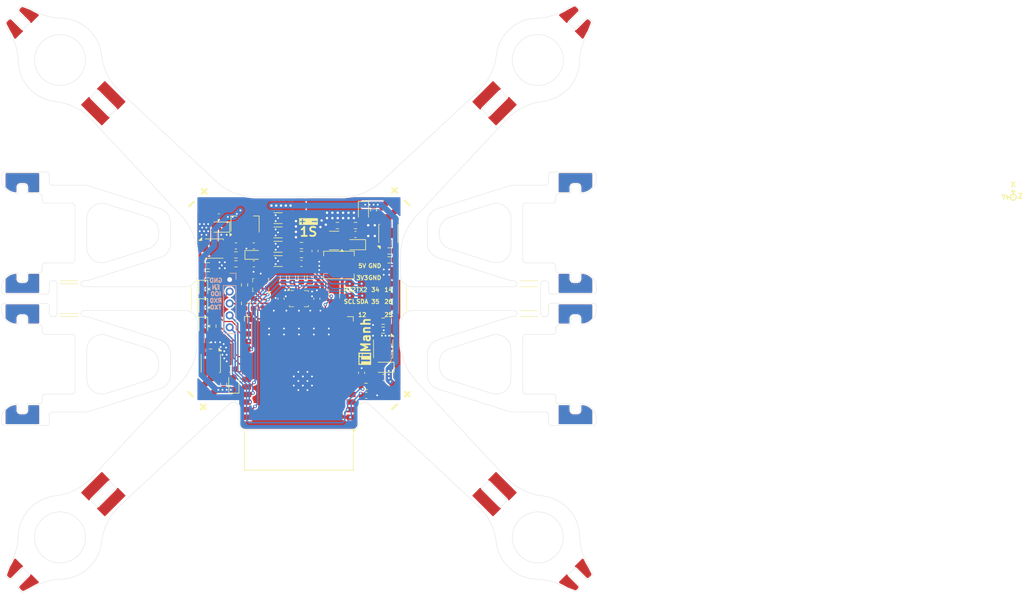
<source format=kicad_pcb>
(kicad_pcb (version 20241229) (generator "pcbnew") (generator_version "9.0")
  (layers (0 "F.Cu" signal) (2 "B.Cu" signal) (13 "F.Paste" user) (15 "B.Paste" user) (5 "F.SilkS" user "F.Silkscreen") (7 "B.SilkS" user "B.Silkscreen") (1 "F.Mask" user) (3 "B.Mask" user) (25 "Edge.Cuts" user))
  (net 0 "")
  (net 1 "Net-(D1-A)")
  (net 2 "VDC")
  (net 3 "Net-(D2-A)")
  (net 4 "Net-(D3-A)")
  (net 5 "Net-(D4-A)")
  (net 6 "GND")
  (net 7 "+3.3V")
  (net 8 "Net-(Q1-G)")
  (net 9 "Net-(Q2-G)")
  (net 10 "Net-(Q3-G)")
  (net 11 "Net-(Q4-G)")
  (net 12 "Motor1Pwm")
  (net 13 "Motor2Pwm")
  (net 14 "Motor3Pwm")
  (net 15 "Motor4Pwm")
  (net 31 "SDA")
  (net 32 "SCL")
  (net 33 "IO0")
  (net 34 "Net-(D5-K)")
  (net 35 "Net-(D6-K)")
  (net 36 "Net-(D7-K)")
  (net 37 "Net-(D8-K)")
  (net 38 "RGB")
  (net 39 "LED1")
  (net 40 "LED2")
  (net 41 "LED3")
  (net 42 "Battery_measure")
  (net 43 "Net-(U4-CSB)")
  (net 44 "Net-(U4-SDO)")
  (net 45 "IO14")
  (net 46 "TX0")
  (net 47 "RX0")
  (net 48 "TX2")
  (net 49 "RX2")
  (net 50 "IO12")
  (net 51 "Net-(U1-IO2)")
  (net 52 "EN")
  (net 53 "IO34")
  (net 54 "IO25")
  (net 55 "IO26")
  (net 56 "+5V")
  (net 57 "Net-(J7-Pin_3)")
  (net 58 "Net-(D10-A)")
  (net 60 "Net-(U2-CSB)")
  (net 61 "Net-(U2-SDO)")
  (net 62 "IO35")
  (footprint "Resistor_SMD:R_0603_1608Metric" (layer "F.Cu") (at 125.2 107.9)
    (property "Reference" "R3" (hide yes))
    (property "Value" "10K" (hide yes))
  )
  (footprint "TiManh:Pad_1x1mm" (layer "F.Cu") (at 148.5 97.5 -90)
    (property "Reference" "TP2" (hide yes))
    (property "Value" "TestPoint" (hide yes))
  )
  (footprint "Resistor_SMD:R_0603_1608Metric" (layer "F.Cu") (at 128.6 111.8 180)
    (property "Reference" "R7" (hide yes))
    (property "Value" "10R" (hide yes))
  )
  (footprint "Capacitor_SMD:C_0603_1608Metric" (layer "F.Cu") (at 132.44375 94.162948)
    (property "Reference" "C12" (hide yes))
    (property "Value" "100nF" (hide yes))
  )
  (footprint "Resistor_SMD:R_0603_1608Metric" (layer "F.Cu") (at 154.1 103.7725)
    (property "Reference" "R6" (hide yes))
    (property "Value" "10R" (hide yes))
  )
  (footprint "Inductor_SMD:L_Chilisin_BMRA00040420" (layer "F.Cu") (at 146.7 94.35)
    (property "Reference" "L1" (hide yes))
    (property "Value" "4.7uH" (hide yes))
  )
  (footprint "Capacitor_SMD:C_0603_1608Metric" (layer "F.Cu") (at 126.6 86.3 180)
    (property "Reference" "C4" (hide yes))
    (property "Value" "1uF" (hide yes))
  )
  (footprint "TiManh:Pad_1x1mm" (layer "F.Cu") (at 150.5 101.55 -90)
    (property "Reference" "TP5" (hide yes))
    (property "Value" "TestPoint" (hide yes))
  )
  (footprint "Resistor_SMD:R_0603_1608Metric" (layer "F.Cu") (at 137.4 96.4 90)
    (property "Reference" "R9" (hide yes))
    (property "Value" "10K" (hide yes))
  )
  (footprint "Capacitor_SMD:C_0603_1608Metric" (layer "F.Cu") (at 154.2 113.2 180)
    (property "Reference" "C2" (hide yes))
    (property "Value" "1uF" (hide yes))
  )
  (footprint "Capacitor_SMD:C_1206_3216Metric" (layer "F.Cu") (at 136.500001 93.7 180)
    (property "Reference" "C17" (hide yes))
    (property "Value" "100uF" (hide yes))
  )
  (footprint "Diode_SMD:D_SOD-323" (layer "F.Cu") (at 154.3 111.5 180)
    (property "Reference" "D2" (hide yes))
    (property "Value" "1N4148" (hide yes))
  )
  (footprint "Diode_SMD:D_SOD-323" (layer "F.Cu") (at 150.8 85.3 -90)
    (property "Reference" "D1" (hide yes))
    (property "Value" "1N4148" (hide yes))
  )
  (footprint "AON7410:DFN8_3X3_EP_AOS" (layer "F.Cu") (at 154.975 89.1 90)
    (property "Reference" "Q1" (hide yes))
    (property "Value" "NMOS-8PINS" (hide yes))
  )
  (footprint "TiManh:DualPad_1x2mm" (layer "F.Cu") (at 155 85 -45)
    (property "Reference" "J1" (hide yes))
    (property "Value" "Motor1" (hide yes))
  )
  (footprint "TiManh:Pad_1x1mm" (layer "F.Cu") (at 150.6 93.5 90)
    (property "Reference" "TP13" (hide yes))
    (property "Value" "TestPoint" (hide yes))
  )
  (footprint "Capacitor_SMD:C_0603_1608Metric" (layer "F.Cu") (at 140.425 94.1 180)
    (property "Reference" "C14" (hide yes))
    (property "Value" "100nF" (hide yes))
  )
  (footprint "Diode_SMD:D_SOD-323" (layer "F.Cu") (at 149.5625 90.95 180)
    (property "Reference" "D10" (hide yes))
    (property "Value" "D" (hide yes))
  )
  (footprint "Resistor_SMD:R_0603_1608Metric" (layer "F.Cu") (at 140.425 92.6)
    (property "Reference" "R22" (hide yes))
    (property "Value" "10R" (hide yes))
  )
  (footprint "Capacitor_SMD:C_1206_3216Metric" (layer "F.Cu") (at 136.5 88.9 180)
    (property "Reference" "C16" (hide yes))
    (property "Value" "100uF" (hide yes))
  )
  (footprint "Capacitor_SMD:C_1206_3216Metric" (layer "F.Cu") (at 145.9 99.2 90)
    (property "Reference" "C10" (hide yes))
    (property "Value" "100uF" (hide yes))
  )
  (footprint "Capacitor_SMD:C_0603_1608Metric" (layer "F.Cu") (at 149.4625 89.25 180)
    (property "Reference" "C8" (hide yes))
    (property "Value" "1uF" (hide yes))
  )
  (footprint "Resistor_SMD:R_0603_1608Metric" (layer "F.Cu") (at 130.9 97.7 90)
    (property "Reference" "R23" (hide yes))
    (property "Value" "10K" (hide yes))
  )
  (footprint "Capacitor_SMD:C_0603_1608Metric" (layer "F.Cu") (at 127.4 114.3 90)
    (property "Reference" "C3" (hide yes))
    (property "Value" "1uF" (hide yes))
  )
  (footprint "TiManh:Pad_1x1mm" (layer "F.Cu") (at 152.8 97.5 90)
    (property "Reference" "TP14" (hide yes))
    (property "Value" "TestPoint" (hide yes))
  )
  (footprint "Resistor_SMD:R_0603_1608Metric" (layer "F.Cu") (at 129.44375 94.162948)
    (property "Reference" "R24" (hide yes))
    (property "Value" "10K" (hide yes))
  )
  (footprint "Resistor_SMD:R_0603_1608Metric" (layer "F.Cu") (at 155.1 92 180)
    (property "Reference" "R1" (hide yes))
    (property "Value" "10K" (hide yes))
  )
  (footprint "TiManh:Pad_1x1mm" (layer "F.Cu") (at 150.6 99.5 -90)
    (property "Reference" "TP4" (hide yes))
    (property "Value" "TestPoint" (hide yes))
  )
  (footprint "Resistor_SMD:R_0603_1608Metric" (layer "F.Cu") (at 129.44375 92.662948 180)
    (property "Reference" "R15" (hide yes))
    (property "Value" "10K" (hide yes))
  )
  (footprint "RF_Module:ESP32-WROOM-32" (layer "F.Cu") (at 139.9825 112.885 180)
    (property "Reference" "U1" (hide yes))
    (property "Value" "ESP32-WROOM-32" (hide yes))
  )
  (footprint "Resistor_SMD:R_0603_1608Metric" (layer "F.Cu") (at 151.225 114.7 180)
    (property "Reference" "R13" (hide yes))
    (property "Value" "10K" (hide yes))
  )
  (footprint "LED_SMD:LED_0603_1608Metric" (layer "F.Cu") (at 124 104.5875 -90)
    (property "Reference" "D8" (hide yes))
    (property "Value" "LED" (hide yes))
  )
  (footprint "Resistor_SMD:R_0603_1608Metric" (layer "F.Cu") (at 155.1 93.5)
    (property "Reference" "R5" (hide yes))
    (property "Value" "10R" (hide yes))
  )
  (footprint "Capacitor_SMD:C_0603_1608Metric" (layer "F.Cu") (at 132.44375 91.162948 180)
    (property "Reference" "C7" (hide yes))
    (property "Value" "1uF" (hide yes))
  )
  (footprint "Capacitor_SMD:C_0603_1608Metric" (layer "F.Cu") (at 152.5 85.2 -90)
    (property "Reference" "C1" (hide yes))
    (property "Value" "1uF" (hide yes))
  )
  (footprint "LED_SMD:LED_0603_1608Metric" (layer "F.Cu") (at 124 101.4875 -90)
    (property "Reference" "D7" (hide yes))
    (property "Value" "LED" (hide yes))
  )
  (footprint "Diode_SMD:D_SOD-323" (layer "F.Cu") (at 129.1 114.225 90)
    (property "Reference" "D3" (hide yes))
    (property "Value" "1N4148" (hide yes))
  )
  (footprint "Package_LGA:Bosch_LGA-8_2x2.5mm_P0.65mm_ClockwisePinNumbering" (layer "F.Cu") (at 133.6 97.7 180)
    (property "Reference" "U4" (hide yes))
    (property "Value" "BMP280" (hide yes))
  )
  (footprint "Capacitor_SMD:C_0603_1608Metric" (layer "F.Cu") (at 129.44375 91.162948 180)
    (property "Reference" "C5" (hide yes))
    (property "Value" "1uF" (hide yes))
  )
  (footprint "TiManh:Pad_1x1mm" (layer "F.Cu") (at 152.7 93.5 -90)
    (property "Reference" "TP11" (hide yes))
    (property "Value" "TestPoint" (hide yes))
  )
  (footprint "TiManh:Pad_1x1mm" (layer "F.Cu") (at 155 101.5 -90)
    (property "Reference" "TP8" (hide yes))
    (property "Value" "TestPoint" (hide yes))
  )
  (footprint "Package_TO_SOT_SMD:SOT-23-6" (layer "F.Cu") (at 145.9 90.250001 180)
    (property "Reference" "J7" (hide yes))
    (property "Value" "SX1308" (hide yes))
  )
  (footprint "Capacitor_SMD:C_0603_1608Metric" (layer "F.Cu") (at 143 100 -90)
    (property "Reference" "C19" (hide yes))
    (property "Value" "100nF" (hide yes))
  )
  (footprint "TiManh:DualPad_1x2mm" (layer "F.Cu") (at 125 115 -45)
    (property "Reference" "J3" (hide yes))
    (property "Value" "Motor3" (hide yes))
  )
  (footprint "Package_TO_SOT_SMD:SOT-89-3" (layer "F.Cu") (at 130.98125 87.504368 90)
    (property "Reference" "U3" (hide yes))
    (property "Value" "HT7833" (hide yes))
  )
  (footprint "TiManh:DualPad_1x2mm" (layer "F.Cu") (at 125 85 -135)
    (property "Reference" "J4" (hide yes))
    (property "Value" "Motor4" (hide yes))
  )
  (footprint "TiManh:Pad_1x1mm" (layer "F.Cu") (at 152.8 99.5 90)
    (property "Reference" "TP15" (hide yes))
    (property "Value" "TestPoint" (hide yes))
  )
  (footprint "Resistor_SMD:R_0603_1608Metric" (layer "F.Cu") (at 140.425 91.1 180)
    (property "Reference" "R21" (hide yes))
    (property "Value" "10R" (hide yes))
  )
  (footprint "AON7410:DFN8_3X3_EP_AOS" (layer "F.Cu") (at 125.2475 110.8225 -90)
    (property "Reference" "Q3" (hide yes))
    (property "Value" "NMOS-8PINS" (hide yes))
  )
  (footprint "TiManh:Pad_1x1mm" (layer "F.Cu") (at 150.6 95.5 -90)
    (property "Reference" "TP10" (hide yes))
    (property "Value" "TestPoint" (hide yes))
  )
  (footprint "Resistor_SMD:R_0603_1608Metric" (layer "F.Cu") (at 154.1 105.2725)
    (property "Reference" "R2" (hide yes))
    (property "Value" "10K" (hide yes))
  )
  (footprint "Capacitor_SMD:C_1206_3216Metric" (layer "F.Cu") (at 136.5 86.500001 180)
    (property "Reference" "C15" (hide yes))
    (property "Value" "100uF" (hide yes))
  )
  (footprint "Resistor_SMD:R_0603_1608Metric" (layer "F.Cu") (at 125.6 104.5875 -90)
    (property "Reference" "R18" (hide yes))
    (property "Value" "10K" (hide yes))
  )
  (footprint "Resistor_SMD:R_0603_1608Metric" (layer "F.Cu") (at 130.9 100.8 -90)
    (property "Reference" "R14" (hide yes))
    (property "Value" "10K" (hide yes))
  )
  (footprint "Resistor_SMD:R_0603_1608Metric" (layer "F.Cu") (at 138.9 96.4 90)
    (property "Reference" "R10" (hide yes))
    (property "Value" "4.7K" (hide yes))
  )
  (footprint "Capacitor_SMD:C_0603_1608Metric" (layer "F.Cu") (at 151.275 116.2)
    (property "Reference" "C11" (hide yes))
    (property "Value" "1uF" (hide yes))
  )
  (footprint "TiManh:DualPad_1x2mm" (layer "F.Cu") (at 155 115 -135)
    (property "Reference" "J2" (hide yes))
    (property "Value" "Motor2" (hide yes))
  )
  (footprint "Capacitor_SMD:C_1206_3216Metric" (layer "F.Cu") (at 136.5 91.3 180)
    (property "Reference" "C18" (hide yes))
    (property "Value" "100uF" (hide yes))
  )
  (footprint "Capacitor_SMD:C_0603_1608Metric" (layer "F.Cu") (at 142.7 92 -90)
    (property "Reference" "C6" (hide yes))
    (property "Value" "1uF" (hide yes))
  )
  (footprint "TiManh:Pad_1x1mm" (layer "F.Cu") (at 150.6 97.5 -90)
    (property "Reference" "TP1" (hide yes))
    (property "Value" "TestPoint" (hide yes))
  )
  (footprint "TiManh:Pad_1x1mm" (layer "F.Cu") (at 155 99.5 -90)
    (property "Reference" "TP9" (hide yes))
    (property "Value" "TestPoint" (hide yes))
  )
  (footprint "TiManh:Pad_1x1mm" (layer "F.Cu") (at 152.7 95.5 -90)
    (property "Reference" "TP12" (hide yes))
    (property "Value" "TestPoint" (hide yes))
  )
  (footprint "Package_LGA:Bosch_LGA-14_3x2.5mm_P0.5mm" (layer "F.Cu") (at 140 100)
    (property "Reference" "U2" (hide yes))
    (property "Value" "BMI160" (hide yes))
  )
  (footprint "Resistor_SMD:R_0603_1608Metric" (layer "F.Cu") (at 141.9 96.4 90)
    (property "Reference" "R12" (hide yes))
    (property "Value" "10K" (hide yes))
  )
  (footprint "Resistor_SMD:R_0603_1608Metric" (layer "F.Cu") (at 140.4 96.4 90)
    (property "Reference" "R11" (hide yes))
    (property "Value" "4.7K" (hide yes))
  )
  (footprint "AON7410:DFN8_3X3_EP_AOS" (layer "F.Cu") (at 154.1 108.4 -90)
    (property "Reference" "Q2" (hide yes))
    (property "Value" "NMOS-8PINS" (hide yes))
  )
  (footprint "Resistor_SMD:R_0603_1608Metric" (layer "F.Cu") (at 146.4375 87.750001 180)
    (property "Reference" "R20" (hide yes))
    (property "Value" "10k" (hide yes))
  )
  (footprint "Resistor_SMD:R_0603_1608Metric" (layer "F.Cu") (at 124.8 94.4875)
    (property "Reference" "R4" (hide yes))
    (property "Value" "10K" (hide yes))
  )
  (footprint "TiManh:DualPad_2x3mm" (layer "F.Cu") (at 141.6 84.7 180)
    (property "Reference" "J5" (hide yes))
    (property "Value" "Power" (hide yes))
  )
  (footprint "LED_SMD:LED_0603_1608Metric" (layer "F.Cu") (at 124 98.3875 -90)
    (property "Reference" "D6" (hide yes))
    (property "Value" "LED" (hide yes))
  )
  (footprint "Resistor_SMD:R_0603_1608Metric" (layer "F.Cu") (at 124.8 95.9875 180)
    (property "Reference" "R8" (hide yes))
    (property "Value" "10R" (hide yes))
  )
  (footprint "Resistor_SMD:R_0603_1608Metric" (layer "F.Cu") (at 149.4625 87.750001 180)
    (property "Reference" "R19" (hide yes))
    (property "Value" "75k" (hide yes))
  )
  (footprint "Resistor_SMD:R_0603_1608Metric" (layer "F.Cu") (at 125.6 101.4875 -90)
    (property "Reference" "R17" (hide yes))
    (property "Value" "10K" (hide yes))
  )
  (footprint "Resistor_SMD:R_0603_1608Metric" (layer "F.Cu") (at 125.6 98.3875 -90)
    (property "Reference" "R16" (hide yes))
    (property "Value" "10K" (hide yes))
  )
  (footprint "Diode_SMD:D_SOD-323" (layer "F.Cu") (at 126.8 88 180)
    (property "Reference" "D4" (hide yes))
    (property "Value" "1N4148" (hide yes))
  )
  (footprint "Capacitor_SMD:C_0603_1608Metric" (layer "F.Cu") (at 150.5 112.425 90)
    (property "Reference" "C13" (hide yes))
    (property "Value" "100nF" (hide yes))
  )
  (footprint "Resistor_SMD:R_0603_1608Metric" (layer "F.Cu") (at 132.4 100.8 -90)
    (property "Reference" "R25" (hide yes))
    (property "Value" "10K" (hide yes))
  )
  (footprint "Capacitor_SMD:C_0603_1608Metric" (layer "F.Cu") (at 137 100 -90)
    (property "Reference" "C9" (hide yes))
    (property "Value" "100nF" (hide yes))
  )
  (footprint "AON7410:DFN8_3X3_EP_AOS" (layer "F.Cu") (at 125.8 91.6)
    (property "Reference" "Q4" (hide yes))
    (property "Value" "NMOS-8PINS" (hide yes))
  )
  (footprint "TiManh:Pad_1x1mm" (layer "F.Cu") (at 155 97.5 -90)
    (property "Reference" "TP6" (hide yes))
    (property "Value" "TestPoint" (hide yes))
  )
  (footprint "LED_SMD:LED_0603_1608Metric" (layer "F.Cu") (at 132.44375 92.662948)
    (property "Reference" "D5" (hide yes))
    (property "Value" "LED" (hide yes))
  )
  (footprint "TiManh:Pad_1x1mm" (layer "F.Cu") (at 148.5 99.5 -90)
    (property "Reference" "TP3" (hide yes))
    (property "Value" "TestPoint" (hide yes))
  )
  (footprint "Connector_PinHeader_2.00mm:PinHeader_1x05_P2.00mm_Vertical" (layer "B.Cu") (at 128.4 96.8 180)
    (property "Reference" "J6" (hide yes))
    (property "Value" "Conn_01x05" (hide yes))
  )
  (gr_line (start 259.6 82.5) (end 259.6 81.8) (stroke (width 0.2)) (layer "F.SilkS"))
  (gr_line (start 103 103) (end 100 103) (stroke (width 0.1)) (layer "F.SilkS"))
  (gr_line (start 259.1 83) (end 258.4 83) (stroke (width 0.2)) (layer "F.SilkS"))
  (gr_line (start 157 97) (end 157 103) (stroke (width 0.1)) (layer "F.SilkS"))
  (gr_line (start 258.4 83) (end 258.7 83.3) (stroke (width 0.2)) (layer "F.SilkS"))
  (gr_line (start 180 98) (end 177 98) (stroke (width 0.1)) (layer "F.SilkS"))
  (gr_line (start 103 97.5) (end 100 97.5) (stroke (width 0.1)) (layer "F.SilkS"))
  (gr_line (start 258.4 83) (end 258.7 82.7) (stroke (width 0.2)) (layer "F.SilkS"))
  (gr_line (start 122 102) (end 122 98) (stroke (width 0.1)) (layer "F.SilkS"))
  (gr_circle (center 259.6 83) (end 259.6 82.9) (stroke (width 0.1)) (fill yes) (layer "F.SilkS"))
  (gr_line (start 100 102.5) (end 103 102.5) (stroke (width 0.1)) (layer "F.SilkS"))
  (gr_line (start 259.6 81.8) (end 259.3 82.1) (stroke (width 0.2)) (layer "F.SilkS"))
  (gr_line (start 123 97) (end 123 103) (stroke (width 0.1)) (layer "F.SilkS"))
  (gr_line (start 158 98) (end 158 102) (stroke (width 0.1)) (layer "F.SilkS"))
  (gr_line (start 259.6 81.8) (end 259.9 82.1) (stroke (width 0.2)) (layer "F.SilkS"))
  (gr_line (start 177 102) (end 180 102) (stroke (width 0.1)) (layer "F.SilkS"))
  (gr_circle (center 259.6 83) (end 259.6 82.5) (stroke (width 0.2)) (fill no) (layer "F.SilkS"))
  (gr_line (start 180 103) (end 177 103) (stroke (width 0.1)) (layer "F.SilkS"))
  (gr_line (start 177 97) (end 180 97) (stroke (width 0.1)) (layer "F.SilkS"))
  (gr_line (start 100 97) (end 103 97) (stroke (width 0.1)) (layer "F.SilkS"))
  (gr_line (start 173.634114 134.765485) (end 170.736911 131.868282) (stroke (width 0.05)) (layer "Edge.Cuts"))
  (gr_line (start 163.24395 115.111446) (end 175.137007 118.884833) (stroke (width 0.05)) (layer "Edge.Cuts"))
  (gr_line (start 106.081119 134.76741) (end 105.232601 133.918893) (stroke (width 0.05)) (layer "Edge.Cuts"))
  (gr_arc (start 177.5 84.5) (mid 177.646447 84.146447) (end 178 83.999999) (stroke (width 0.05)) (layer "Edge.Cuts"))
  (gr_arc (start 180.5 97.500001) (mid 180.646447 97.146447) (end 181.000001 97.000001) (stroke (width 0.05)) (layer "Edge.Cuts"))
  (gr_arc (start 94.000001 80.799998) (mid 94.35354 80.946464) (end 94.500002 81.299999) (stroke (width 0.05)) (layer "Edge.Cuts"))
  (gr_line (start 92.899998 117.649898) (end 92.7 117.649898) (stroke (width 0.05)) (layer "Edge.Cuts"))
  (gr_arc (start 94.048339 149.115221) (mid 93.742872 149.163908) (end 93.467218 149.023567) (stroke (width 0.05)) (layer "Edge.Cuts"))
  (gr_line (start 189.8 101.850099) (end 189.799999 101.273459) (stroke (width 0.05)) (layer "Edge.Cuts"))
  (gr_arc (start 114.756051 108.352253) (mid 116.017421 109.258734) (end 116.5 110.735191) (stroke (width 0.05)) (layer "Edge.Cuts"))
  (gr_arc (start 114.756052 86.352255) (mid 116.017452 87.258726) (end 116.500001 88.735192) (stroke (width 0.05)) (layer "Edge.Cuts"))
  (gr_line (start 90.7 99.226541) (end 97.700002 99.226542) (stroke (width 0.05)) (layer "Edge.Cuts"))
  (gr_line (start 163.243963 84.888553) (end 175.131037 81.117064) (stroke (width 0.05)) (layer "Edge.Cuts"))
  (gr_arc (start 175.5 113.485759) (mid 174.473095 115.505699) (end 172.235981 115.866152) (stroke (width 0.05)) (layer "Edge.Cuts"))
  (gr_line (start 107.764018 106.133847) (end 114.75605 108.352252) (stroke (width 0.05)) (layer "Edge.Cuts"))
  (gr_arc (start 97 116.500001) (mid 97.14646 116.146473) (end 97.5 116.000001) (stroke (width 0.05)) (layer "Edge.Cuts"))
  (gr_arc (start 150 118.367327) (mid 150.601247 117.450242) (end 151.681999 117.635973) (stroke (width 0.05)) (layer "Edge.Cuts"))
  (gr_line (start 161.5 112.72851) (end 161.5 109.27151) (stroke (width 0.05)) (layer "Edge.Cuts"))
  (gr_line (start 178 94) (end 182.4999 94.000002) (stroke (width 0.05)) (layer "Edge.Cuts"))
  (gr_line (start 105.232605 66.081104) (end 106.081118 65.232591) (stroke (width 0.05)) (layer "Edge.Cuts"))
  (gr_arc (start 104 103) (mid 103.5 102.5) (end 104 102) (stroke (width 0.05)) (layer "Edge.Cuts"))
  (gr_line (start 92.899999 81.300041) (end 92.9 82.350101) (stroke (width 0.05)) (layer "Edge.Cuts"))
  (gr_arc (start 182.999999 104.8501) (mid 183.146446 104.496546) (end 183.5 104.350099) (stroke (width 0.05)) (layer "Edge.Cuts"))
  (gr_line (start 189.296 99.226543) (end 182.3 99.226543) (stroke (width 0.05)) (layer "Edge.Cuts"))
  (gr_arc (start 182.999999 105.499999) (mid 182.853553 105.853553) (end 182.499999 105.999999) (stroke (width 0.05)) (layer "Edge.Cuts"))
  (gr_line (start 187.1 81.299998) (end 187.100001 82.350102) (stroke (width 0.05)) (layer "Edge.Cuts"))
  (gr_arc (start 104.112801 102.999999) (mid 104.492289 103.02897) (end 104.862993 103.115168) (stroke (width 0.05)) (layer "Edge.Cuts"))
  (gr_arc (start 98.2 97.500001) (mid 98.346439 97.146425) (end 98.700001 97.000004) (stroke (width 0.05)) (layer "Edge.Cuts"))
  (gr_arc (start 181.3 119.000001) (mid 181.6509 119.143832) (end 181.8 119.49251) (stroke (width 0.05)) (layer "Edge.Cuts"))
  (gr_arc (start 92.7 82.3501) (mid 90.932249 81.617858) (end 90.2 79.850104) (stroke (width 0.05)) (layer "Edge.Cuts"))
  (gr_line (start 102.5 106.5) (end 102.5 115.5) (stroke (width 0.05)) (layer "Edge.Cuts"))
  (gr_line (start 186.535007 50.978658) (end 186.858922 51.302573) (stroke (width 0.05)) (layer "Edge.Cuts"))
  (gr_arc (start 175.131037 103.117064) (mid 175.508057 103.028899) (end 175.894169 103.000001) (stroke (width 0.05)) (layer "Edge.Cuts"))
  (gr_arc (start 118.5 90.72849) (mid 118.017438 92.20497) (end 116.756038 93.111447) (stroke (width 0.05)) (layer "Edge.Cuts"))
  (gr_line (start 94.500001 104.350098) (end 94.500001 103.3) (stroke (width 0.05)) (layer "Edge.Cuts"))
  (gr_arc (start 175.5 91.485759) (mid 174.473095 93.505699) (end 172.235981 93.866152) (stroke (width 0.05)) (layer "Edge.Cuts"))
  (gr_arc (start 178 116) (mid 177.646447 115.853553) (end 177.5 115.5) (stroke (width 0.05)) (layer "Edge.Cuts"))
  (gr_line (start 181.000001 102.999999) (end 181.3 102.999998) (stroke (width 0.05)) (layer "Edge.Cuts"))
  (gr_line (start 170.736915 68.131714) (end 173.636038 65.232591) (stroke (width 0.05)) (layer "Edge.Cuts"))
  (gr_arc (start 189.3 78.773459) (mid 189.653568 78.919903) (end 189.799999 79.273459) (stroke (width 0.05)) (layer "Edge.Cuts"))
  (gr_arc (start 163.24395 93.111446) (mid 161.982557 92.204971) (end 161.5 90.72851) (stroke (width 0.05)) (layer "Edge.Cuts"))
  (gr_arc (start 176 102) (mid 176.499999 102.499999) (end 176 102.999998) (stroke (width 0.05)) (layer "Edge.Cuts"))
  (gr_arc (start 108.131727 130.736902) (mid 108.273156 130.678331) (end 108.414582 130.736912) (stroke (width 0.05)) (layer "Edge.Cuts"))
  (gr_line (start 92.9 118.700003) (end 92.899998 117.649898) (stroke (width 0.05)) (layer "Edge.Cuts"))
  (gr_arc (start 186 97.200002) (mid 185.646446 97.053555) (end 185.499999 96.700001) (stroke (width 0.05)) (layer "Edge.Cuts"))
  (gr_arc (start 93.399998 119.200001) (mid 93.04646 119.053552) (end 92.9 118.700003) (stroke (width 0.05)) (layer "Edge.Cuts"))
  (gr_line (start 102.000002 115.999998) (end 97.499999 115.999999) (stroke (width 0.05)) (layer "Edge.Cuts"))
  (gr_line (start 186.081104 145.232605) (end 185.232604 146.081105) (stroke (width 0.05)) (layer "Edge.Cuts"))
  (gr_arc (start 104.5 108.514241) (mid 105.526915 106.494334) (end 107.764018 106.133847) (stroke (width 0.05)) (layer "Edge.Cuts"))
  (gr_line (start 188.535654 144.817846) (end 189.115232 145.951684) (stroke (width 0.05)) (layer "Edge.Cuts"))
  (gr_arc (start 116.5 111.264811) (mid 116.017451 112.741286) (end 114.756049 113.647746) (stroke (width 0.05)) (layer "Edge.Cuts"))
  (gr_arc (start 174.656674 70.065536) (mid 177.45715 67.961815) (end 180.811295 66.952827) (stroke (width 0.05)) (layer "Edge.Cuts"))
  (gr_arc (start 98.200002 98.726542) (mid 98.053568 99.080112) (end 97.700002 99.226542) (stroke (width 0.05)) (layer "Edge.Cuts"))
  (gr_arc (start 100.21399 53.003272) (mid 97.595031 52.570706) (end 95.182146 51.464342) (stroke (width 0.05)) (layer "Edge.Cuts"))
  (gr_line (start 102.000002 93.999998) (end 97.500001 93.999999) (stroke (width 0.05)) (layer "Edge.Cuts"))
  (gr_arc (start 157 92.939167) (mid 157.695835 89.274097) (end 159.686505 86.119076) (stroke (width 0.05)) (layer "Edge.Cuts"))
  (gr_arc (start 187.990306 53.141065) (mid 188.343862 52.994606) (end 188.697409 53.141087) (stroke (width 0.05)) (layer "Edge.Cuts"))
  (gr_arc (start 98.7 81) (mid 98.349148 80.856152) (end 98.2 80.507491) (stroke (width 0.05)) (layer "Edge.Cuts"))
  (gr_line (start 105.234564 133.634065) (end 108.131727 130.736902) (stroke (width 0.05)) (layer "Edge.Cuts"))
  (gr_circle (center 100 60) (end 104.27 60) (stroke (width 0.05)) (fill no) (layer "Edge.Cuts"))
  (gr_arc (start 189.8 101.850099) (mid 189.067767 103.617867) (end 187.3 104.350099) (stroke (width 0.05)) (layer "Edge.Cuts"))
  (gr_line (start 187.100001 96.69996) (end 187.1 95.6499) (stroke (width 0.05)) (layer "Edge.Cuts"))
  (gr_line (start 94.767393 146.081102) (end 93.918883 145.232591) (stroke (width 0.05)) (layer "Edge.Cuts"))
  (gr_arc (start 105.232601 133.918893) (mid 105.174017 133.776068) (end 105.234564 133.634065) (stroke (width 0.05)) (layer "Edge.Cuts"))
  (gr_arc (start 91.464344 55.18215) (mid 92.570706 57.595034) (end 93.003272 60.21399) (stroke (width 0.05)) (layer "Edge.Cuts"))
  (gr_line (start 187.1 117.6499) (end 187.3 117.649901) (stroke (width 0.05)) (layer "Edge.Cuts"))
  (gr_arc (start 174.767383 133.636012) (mid 174.825967 133.777447) (end 174.767382 133.918882) (stroke (width 0.05)) (layer "Edge.Cuts"))
  (gr_arc (start 161.5 109.27151) (mid 161.982562 107.795037) (end 163.243963 106.888553) (stroke (width 0.05)) (layer "Edge.Cuts"))
  (gr_arc (start 104.5 86.514241) (mid 105.526929 84.494352) (end 107.764019 84.133849) (stroke (width 0.05)) (layer "Edge.Cuts"))
  (gr_line (start 109.263082 131.585413) (end 108.414582 130.736912) (stroke (width 0.05)) (layer "Edge.Cuts"))
  (gr_arc (start 150 121) (mid 149.707107 121.707107) (end 149 122) (stroke (width 0.05)) (layer "Edge.Cuts"))
  (gr_arc (start 170.736911 131.868282) (mid 170.678328 131.727554) (end 170.735915 131.586416) (stroke (width 0.05)) (layer "Edge.Cuts"))
  (gr_arc (start 181.000001 102.999999) (mid 180.646447 102.853553) (end 180.5 102.499999) (stroke (width 0.05)) (layer "Edge.Cuts"))
  (gr_arc (start 93.141058 148.697408) (mid 92.994616 148.34274) (end 93.142641 147.98873) (stroke (width 0.05)) (layer "Edge.Cuts"))
  (gr_arc (start 97.700001 78.773458) (mid 98.053583 78.919892) (end 98.200001 79.273457) (stroke (width 0.05)) (layer "Edge.Cuts"))
  (gr_line (start 185.232601 53.918893) (end 186.081119 54.76741) (stroke (width 0.05)) (layer "Edge.Cuts"))
  (gr_line (start 109.263085 131.868286) (end 106.363961 134.76741) (stroke (width 0.05)) (layer "Edge.Cuts"))
  (gr_arc (start 98.2 119.5) (mid 98.346461 119.146473) (end 98.7 119.000002) (stroke (width 0.05)) (layer "Edge.Cuts"))
  (gr_line (start 130 121) (end 130 118.367328) (stroke (width 0.05)) (layer "Edge.Cuts"))
  (gr_arc (start 165.243949 91.647747) (mid 163.982555 90.741271) (end 163.5 89.264808) (stroke (width 0.05)) (layer "Edge.Cuts"))
  (gr_arc (start 189.115232 145.951684) (mid 189.163656 146.258776) (end 189.02123 146.535119) (stroke (width 0.05)) (layer "Edge.Cuts"))
  (gr_arc (start 104.112802 81) (mid 104.492291 81.028966) (end 104.862993 81.115168) (stroke (width 0.05)) (layer "Edge.Cuts"))
  (gr_line (start 181.799999 79.273459) (end 181.8 80.5) (stroke (width 0.05)) (layer "Edge.Cuts"))
  (gr_line (start 186 102.800002) (end 186.600001 102.8) (stroke (width 0.05)) (layer "Edge.Cuts"))
  (gr_line (start 93.918896 54.767396) (end 94.767396 53.918896) (stroke (width 0.05)) (layer "Edge.Cuts"))
  (gr_arc (start 185.499999 103.3) (mid 185.646446 102.946446) (end 185.999999 102.8) (stroke (width 0.05)) (layer "Edge.Cuts"))
  (gr_arc (start 185.951687 50.884767) (mid 186.258699 50.836332) (end 186.535007 50.978658) (stroke (width 0.05)) (layer "Edge.Cuts"))
  (gr_line (start 98.699999 102.999999) (end 98.999999 102.999999) (stroke (width 0.05)) (layer "Edge.Cuts"))
  (gr_line (start 90.973345 146.112857) (end 91.464344 144.81785) (stroke (width 0.05)) (layer "Edge.Cuts"))
  (gr_line (start 183 94.507607) (end 183.000001 95.1499) (stroke (width 0.05)) (layer "Edge.Cuts"))
  (gr_arc (start 174.767393 66.081102) (mid 174.825979 66.223548) (end 174.765971 66.3654) (stroke (width 0.05)) (layer "Edge.Cuts"))
  (gr_line (start 116.756037 115.111448) (end 104.868962 118.882936) (stroke (width 0.05)) (layer "Edge.Cuts"))
  (gr_arc (start 181.799999 79.273459) (mid 181.94646 78.919932) (end 182.299999 78.773459) (stroke (width 0.05)) (layer "Edge.Cuts"))
  (gr_line (start 182.999999 83.499999) (end 182.999999 82.8501) (stroke (width 0.05)) (layer "Edge.Cuts"))
  (gr_arc (start 108.41457 69.2631) (mid 108.273136 69.321671) (end 108.131711 69.263082) (stroke (width 0.05)) (layer "Edge.Cuts"))
  (gr_line (start 116.5 110.735191) (end 116.5 111.264811) (stroke (width 0.05)) (layer "Edge.Cuts"))
  (gr_line (start 163.5 111.264808) (end 163.5 110.735189) (stroke (width 0.05)) (layer "Edge.Cuts"))
  (gr_line (start 104.10583 119) (end 98.700001 119) (stroke (width 0.05)) (layer "Edge.Cuts"))
  (gr_arc (start 157 104) (mid 157.585786 102.585786) (end 159 102) (stroke (width 0.05)) (layer "Edge.Cuts"))
  (gr_circle (center 180 60) (end 184.27 60) (stroke (width 0.05)) (fill no) (layer "Edge.Cuts"))
  (gr_arc (start 104 98) (mid 103.5 97.5) (end 104 97) (stroke (width 0.05)) (layer "Edge.Cuts"))
  (gr_arc (start 97.000002 95.1499) (mid 96.853547 95.503434) (end 96.5 95.649902) (stroke (width 0.05)) (layer "Edge.Cuts"))
  (gr_arc (start 182.4999 94.000002) (mid 182.856203 94.149135) (end 183 94.507607) (stroke (width 0.05)) (layer "Edge.Cuts"))
  (gr_line (start 187.100001 104.350102) (end 187.3 104.350102) (stroke (width 0.05)) (layer "Edge.Cuts"))
  (gr_line (start 90.200001 98.149902) (end 90.200001 98.726542) (stroke (width 0.05)) (layer "Edge.Cuts"))
  (gr_arc (start 97.5001 83.999999) (mid 97.143848 83.85085) (end 96.999999 83.492394) (stroke (width 0.05)) (layer "Edge.Cuts"))
  (gr_arc (start 105.232611 66.363982) (mid 105.174027 66.222546) (end 105.232612 66.081111) (stroke (width 0.05)) (layer "Edge.Cuts"))
  (gr_line (start 104.5 108.514241) (end 104.499999 113.485743) (stroke (width 0.05)) (layer "Edge.Cuts"))
  (gr_line (start 185.499999 104.350102) (end 185.499999 103.3) (stroke (width 0.05)) (layer "Edge.Cuts"))
  (gr_arc (start 123 107.060897) (mid 122.304176 110.72591) (end 120.313535 113.880881) (stroke (width 0.05)) (layer "Edge.Cuts"))
  (gr_line (start 175.894169 81.000001) (end 181.299999 81.000001) (stroke (width 0.05)) (layer "Edge.Cuts"))
  (gr_line (start 186 97.200002) (end 186.607516 97.200002) (stroke (width 0.05)) (layer "Edge.Cuts"))
  (gr_arc (start 182.4999 116.000002) (mid 182.856203 116.149135) (end 183 116.507607) (stroke (width 0.05)) (layer "Edge.Cuts"))
  (gr_line (start 96.999999 83.492394) (end 96.999999 82.850103) (stroke (width 0.05)) (layer "Edge.Cuts"))
  (gr_arc (start 132.939107 83) (mid 129.27409 82.304175) (end 126.119116 80.313532) (stroke (width 0.05)) (layer "Edge.Cuts"))
  (gr_arc (start 102.5 115.5) (mid 102.353567 115.85358) (end 101.999999 116.000002) (stroke (width 0.05)) (layer "Edge.Cuts"))
  (gr_arc (start 163.24395 115.111446) (mid 161.982557 114.204971) (end 161.5 112.72851) (stroke (width 0.05)) (layer "Edge.Cuts"))
  (gr_line (start 169.934518 134.656724) (end 151.681999 117.635973) (stroke (width 0.05)) (layer "Edge.Cuts"))
  (gr_line (start 189.024245 53.893499) (end 188.535659 55.182144) (stroke (width 0.05)) (layer "Edge.Cuts"))
  (gr_arc (start 188.912672 53.356323) (mid 189.04867 53.608247) (end 189.024245 53.893499) (stroke (width 0.05)) (layer "Edge.Cuts"))
  (gr_arc (start 173.047173 59.188705) (mid 175.266532 54.843034) (end 179.786011 53.003272) (stroke (width 0.05)) (layer "Edge.Cuts"))
  (gr_line (start 96.499999 117.649898) (end 94.500001 117.649897) (stroke (width 0.05)) (layer "Edge.Cuts"))
  (gr_arc (start 175.887199 97.000001) (mid 175.507711 96.971031) (end 175.137007 96.884833) (stroke (width 0.05)) (layer "Edge.Cuts"))
  (gr_arc (start 116.500001 89.264813) (mid 116.017426 90.741255) (end 114.756049 91.647747) (stroke (width 0.05)) (layer "Edge.Cuts"))
  (gr_arc (start 93.399999 97.200002) (mid 93.04646 97.053546) (end 92.9 96.700003) (stroke (width 0.05)) (layer "Edge.Cuts"))
  (gr_arc (start 128.318001 117.635974) (mid 129.398745 117.45026) (end 130 118.367328) (stroke (width 0.05)) (layer "Edge.Cuts"))
  (gr_arc (start 98.2 120.726542) (mid 98.053553 121.080094) (end 97.7 121.226542) (stroke (width 0.05)) (layer "Edge.Cuts"))
  (gr_line (start 104.5 86.514241) (end 104.500001 91.485743) (stroke (width 0.05)) (layer "Edge.Cuts"))
  (gr_line (start 184.817867 51.464335) (end 185.951687 50.884767) (stroke (width 0.05)) (layer "Edge.Cuts"))
  (gr_arc (start 131 122) (mid 130.292893 121.707107) (end 130 121) (stroke (width 0.05)) (layer "Edge.Cuts"))
  (gr_arc (start 120.313494 86.119074) (mid 122.310671 89.290605) (end 123 92.974643) (stroke (width 0.05)) (layer "Edge.Cuts"))
  (gr_line (start 98.200001 79.273457) (end 98.2 80.507491) (stroke (width 0.05)) (layer "Edge.Cuts"))
  (gr_line (start 108.41457 69.2631) (end 109.263085 68.414585) (stroke (width 0.05)) (layer "Edge.Cuts"))
  (gr_arc (start 106.081119 65.232592) (mid 106.223505 65.174021) (end 106.365324 65.233953) (stroke (width 0.05)) (layer "Edge.Cuts"))
  (gr_line (start 90.7 121.22654) (end 97.7 121.226542) (stroke (width 0.05)) (layer "Edge.Cuts"))
  (gr_line (start 98.199999 101.273457) (end 98.199999 102.50749) (stroke (width 0.05)) (layer "Edge.Cuts"))
  (gr_arc (start 186.996729 60.21399) (mid 187.429284 57.595027) (end 188.535659 55.182144) (stroke (width 0.05)) (layer "Edge.Cuts"))
  (gr_arc (start 90.200001 79.273442) (mid 90.347877 78.918494) (end 90.704 78.773458) (stroke (width 0.05)) (layer "Edge.Cuts"))
  (gr_line (start 157 107.041354) (end 157 104) (stroke (width 0.05)) (layer "Edge.Cuts"))
  (gr_arc (start 96.499998 104.350101) (mid 96.853566 104.496545) (end 96.999998 104.850101) (stroke (width 0.05)) (layer "Edge.Cuts"))
  (gr_line (start 92.899999 95.649899) (end 92.7 95.649898) (stroke (width 0.05)) (layer "Edge.Cuts"))
  (gr_line (start 94.500002 95.649898) (end 94.500002 96.700002) (stroke (width 0.05)) (layer "Edge.Cuts"))
  (gr_arc (start 96.499999 82.350102) (mid 96.853538 82.496568) (end 96.999999 82.850103) (stroke (width 0.05)) (layer "Edge.Cuts"))
  (gr_arc (start 186.600001 80.8) (mid 186.953553 80.946446) (end 187.1 81.299998) (stroke (width 0.05)) (layer "Edge.Cuts"))
  (gr_arc (start 106.952827 140.811295) (mid 107.961763 137.457189) (end 110.065454 134.65675) (stroke (width 0.05)) (layer "Edge.Cuts"))
  (gr_line (start 90.199999 101.850103) (end 90.200001 101.273441) (stroke (width 0.05)) (layer "Edge.Cuts"))
  (gr_line (start 172.24395 106.13132) (end 165.243951 108.352254) (stroke (width 0.05)) (layer "Edge.Cuts"))
  (gr_arc (start 93.003272 139.786011) (mid 92.570706 142.404967) (end 91.464344 144.81785) (stroke (width 0.05)) (layer "Edge.Cuts"))
  (gr_line (start 181.8 98.726543) (end 181.8 97.49251) (stroke (width 0.05)) (layer "Edge.Cuts"))
  (gr_line (start 183.500001 95.6499) (end 185.499999 95.649902) (stroke (width 0.05)) (layer "Edge.Cuts"))
  (gr_line (start 93.142642 51.301009) (end 93.356337 51.087315) (stroke (width 0.05)) (layer "Edge.Cuts"))
  (gr_line (start 171.585415 130.736916) (end 170.735915 131.586416) (stroke (width 0.05)) (layer "Edge.Cuts"))
  (gr_arc (start 102 84.000002) (mid 102.353537 84.146467) (end 102.5 84.5) (stroke (width 0.05)) (layer "Edge.Cuts"))
  (gr_line (start 99.5 102.499999) (end 99.5 97.500001) (stroke (width 0.05)) (layer "Edge.Cuts"))
  (gr_line (start 102.5 84.5) (end 102.5 93.5) (stroke (width 0.05)) (layer "Edge.Cuts"))
  (gr_arc (start 99.188705 66.952827) (mid 94.843035 64.733467) (end 93.003272 60.21399) (stroke (width 0.05)) (layer "Edge.Cuts"))
  (gr_arc (start 91.302586 53.141065) (mid 91.65614 52.994618) (end 92.009695 53.141065) (stroke (width 0.05)) (layer "Edge.Cuts"))
  (gr_arc (start 173.636038 65.232591) (mid 173.777464 65.174002) (end 173.918879 65.232615) (stroke (width 0.05)) (layer "Edge.Cuts"))
  (gr_line (start 92.009695 53.141065) (end 93.63604 54.767411) (stroke (width 0.05)) (layer "Edge.Cuts"))
  (gr_arc (start 182.3 121.226543) (mid 181.946431 121.080099) (end 181.8 120.726543) (stroke (width 0.05)) (layer "Edge.Cuts"))
  (gr_line (start 92.9 82.350101) (end 92.7 82.3501) (stroke (width 0.05)) (layer "Edge.Cuts"))
  (gr_arc (start 105.34325 129.934546) (mid 102.54281 132.038237) (end 99.188705 133.047173) (stroke (width 0.05)) (layer "Edge.Cuts"))
  (gr_arc (start 189.3 100.773459) (mid 189.653568 100.919903) (end 189.799999 101.273459) (stroke (width 0.05)) (layer "Edge.Cuts"))
  (gr_line (start 171.868273 130.736902) (end 174.767383 133.636012) (stroke (width 0.05)) (layer "Edge.Cuts"))
  (gr_line (start 173.918893 65.232601) (end 174.767393 66.081102) (stroke (width 0.05)) (layer "Edge.Cuts"))
  (gr_arc (start 110.065462 65.343257) (mid 107.961768 62.542814) (end 106.952827 59.188705) (stroke (width 0.05)) (layer "Edge.Cuts"))
  (gr_arc (start 93.636014 145.232615) (mid 93.77744 145.174031) (end 93.918882 145.232592) (stroke (width 0.05)) (layer "Edge.Cuts"))
  (gr_line (start 101.999999 106.000001) (end 97.5001 105.999998) (stroke (width 0.05)) (layer "Edge.Cuts"))
  (gr_line (start 175.5 113.485759) (end 175.5 108.514258) (stroke (width 0.05)) (layer "Edge.Cuts"))
  (gr_line (start 174.656674 70.065536) (end 159.686505 86.119076) (stroke (width 0.05)) (layer "Edge.Cuts"))
  (gr_arc (start 170.736912 68.414582) (mid 170.678328 68.273147) (end 170.736915 68.131714) (stroke (width 0.05)) (layer "Edge.Cuts"))
  (gr_line (start 189.02123 146.535119) (end 188.697414 146.858936) (stroke (width 0.05)) (layer "Edge.Cuts"))
  (gr_arc (start 93.999999 102.799998) (mid 94.353568 102.946443) (end 94.500001 103.3) (stroke (width 0.05)) (layer "Edge.Cuts"))
  (gr_line (start 187.100001 82.350102) (end 187.3 82.350102) (stroke (width 0.05)) (layer "Edge.Cuts"))
  (gr_line (start 176 103) (end 175.894169 103) (stroke (width 0.05)) (layer "Edge.Cuts"))
  (gr_arc (start 104.868962 118.882936) (mid 104.491942 118.971099) (end 104.10583 119) (stroke (width 0.05)) (layer "Edge.Cuts"))
  (gr_line (start 96.499999 82.350102) (end 94.500002 82.3501) (stroke (width 0.05)) (layer "Edge.Cuts"))
  (gr_line (start 128.318001 117.635974) (end 110.065454 134.65675) (stroke (width 0.05)) (layer "Edge.Cuts"))
  (gr_line (start 95.182142 148.535661) (end 94.048339 149.115221) (stroke (width 0.05)) (layer "Edge.Cuts"))
  (gr_arc (start 161.5 87.27151) (mid 161.982562 85.795037) (end 163.243963 84.888553) (stroke (width 0.05)) (layer "Edge.Cuts"))
  (gr_line (start 97.000002 94.500001) (end 97.000002 95.1499) (stroke (width 0.05)) (layer "Edge.Cuts"))
  (gr_arc (start 182.3 99.226543) (mid 181.946431 99.080099) (end 181.8 98.726543) (stroke (width 0.05)) (layer "Edge.Cuts"))
  (gr_line (start 96.999998 105.492393) (end 96.999998 104.850101) (stroke (width 0.05)) (layer "Edge.Cuts"))
  (gr_line (start 189.3 78.773459) (end 182.299999 78.773459) (stroke (width 0.05)) (layer "Edge.Cuts"))
  (gr_line (start 186.112853 149.026653) (end 184.817781 148.535631) (stroke (width 0.05)) (layer "Edge.Cuts"))
  (gr_line (start 161.5 90.72851) (end 161.5 87.27151) (stroke (width 0.05)) (layer "Edge.Cuts"))
  (gr_arc (start 180.811295 133.047173) (mid 177.46813 132.043778) (end 174.673482 129.952489) (stroke (width 0.05)) (layer "Edge.Cuts"))
  (gr_arc (start 90.7 121.22654) (mid 90.346446 121.080094) (end 90.2 120.726541) (stroke (width 0.05)) (layer "Edge.Cuts"))
  (gr_arc (start 186.600001 102.8) (mid 186.953553 102.946446) (end 187.1 103.299998) (stroke (width 0.05)) (layer "Edge.Cuts"))
  (gr_line (start 107.756049 115.86868) (end 114.756049 113.647746) (stroke (width 0.05)) (layer "Edge.Cuts"))
  (gr_line (start 106.365324 65.233953) (end 109.263083 68.131712) (stroke (width 0.05)) (layer "Edge.Cuts"))
  (gr_arc (start 179.786011 146.996729) (mid 182.404938 147.429267) (end 184.817781 148.535631) (stroke (width 0.05)) (layer "Edge.Cuts"))
  (gr_arc (start 159 98) (mid 157.585786 97.414214) (end 157 96) (stroke (width 0.05)) (layer "Edge.Cuts"))
  (gr_line (start 159.686507 113.880927) (end 174.673482 129.952489) (stroke (width 0.05)) (layer "Edge.Cuts"))
  (gr_line (start 120.313494 86.119074) (end 105.343246 70.06545) (stroke (width 0.05)) (layer "Edge.Cuts"))
  (gr_line (start 102 84.000002) (end 97.5001 83.999999) (stroke (width 0.05)) (layer "Edge.Cuts"))
  (gr_arc (start 187.3 95.649901) (mid 189.067766 96.382133) (end 189.8 98.149898) (stroke (width 0.05)) (layer "Edge.Cuts"))
  (gr_line (start 189.296 121.226543) (end 182.3 121.226543) (stroke (width 0.05)) (layer "Edge.Cuts"))
  (gr_arc (start 97 117.1499) (mid 96.853567 117.50348) (end 96.499999 117.649901) (stroke (width 0.05)) (layer "Edge.Cuts"))
  (gr_line (start 189.8 98.149898) (end 189.799999 98.726559) (stroke (width 0.05)) (layer "Edge.Cuts"))
  (gr_arc (start 97.7 100.773458) (mid 98.053546 100.919906) (end 98.199999 101.273457) (stroke (width 0.05)) (layer "Edge.Cuts"))
  (gr_line (start 104.112802 81) (end 98.7 81) (stroke (width 0.05)) (layer "Edge.Cuts"))
  (gr_line (start 182.999999 105.499999) (end 182.999999 104.8501) (stroke (width 0.05)) (layer "Edge.Cuts"))
  (gr_line (start 186 80.800002) (end 186.600001 80.8) (stroke (width 0.05)) (layer "Edge.Cuts"))
  (gr_line (start 92.9 104.350101) (end 92.699999 104.350098) (stroke (width 0.05)) (layer "Edge.Cuts"))
  (gr_line (start 97 116.500001) (end 97 117.1499) (stroke (width 0.05)) (layer "Edge.Cuts"))
  (gr_line (start 177.999998 106.000002) (end 182.5 106.000002) (stroke (width 0.05)) (layer "Edge.Cuts"))
  (gr_line (start 187.1 103.299998) (end 187.100001 104.350102) (stroke (width 0.05)) (layer "Edge.Cuts"))
  (gr_arc (start 172.24395 84.131321) (mid 174.476473 84.496819) (end 175.5 86.514258) (stroke (width 0.05)) (layer "Edge.Cuts"))
  (gr_arc (start 183.500001 117.6499) (mid 183.146447 117.503454) (end 183.000001 117.1499) (stroke (width 0.05)) (layer "Edge.Cuts"))
  (gr_arc (start 179.786011 146.996729) (mid 175.26653 145.156967) (end 173.047173 140.811295) (stroke (width 0.05)) (layer "Edge.Cuts"))
  (gr_line (start 177.999998 84.000002) (end 182.5 84.000002) (stroke (width 0.05)) (layer "Edge.Cuts"))
  (gr_line (start 93.142641 147.98873) (end 94.7688 146.362571) (stroke (width 0.05)) (layer "Edge.Cuts"))
  (gr_arc (start 100.21399 53.003272) (mid 104.733467 54.843035) (end 106.952827 59.188705) (stroke (width 0.05)) (layer "Edge.Cuts"))
  (gr_line (start 93.887146 50.973347) (end 95.182146 51.464342) (stroke (width 0.05)) (layer "Edge.Cuts"))
  (gr_arc (start 163.5 88.735189) (mid 163.982565 87.258733) (end 165.243951 86.352254) (stroke (width 0.05)) (layer "Edge.Cuts"))
  (gr_line (start 93.999999 102.799998) (end 93.392483 102.799999) (stroke (width 0.05)) (layer "Edge.Cuts"))
  (gr_arc (start 186.996729 60.21399) (mid 185.156965 64.733467) (end 180.811295 66.952827) (stroke (width 0.05)) (layer "Edge.Cuts"))
  (gr_line (start 183.500001 117.6499) (end 185.499999 117.649902) (stroke (width 0.05)) (layer "Edge.Cuts"))
  (gr_arc (start 90.199999 120.149902) (mid 90.932245 118.38216) (end 92.699999 117.649902) (stroke (width 0.05)) (layer "Edge.Cuts"))
  (gr_arc (start 93.003272 139.786011) (mid 94.843034 135.266533) (end 99.188705 133.047173) (stroke (width 0.05)) (layer "Edge.Cuts"))
  (gr_line (start 94.500002 82.3501) (end 94.500002 81.299999) (stroke (width 0.05)) (layer "Edge.Cuts"))
  (gr_line (start 177.5 93.5) (end 177.5 84.5) (stroke (width 0.05)) (layer "Edge.Cuts"))
  (gr_arc (start 182.999999 83.499999) (mid 182.853553 83.853553) (end 182.499999 83.999999) (stroke (width 0.05)) (layer "Edge.Cuts"))
  (gr_arc (start 106.952827 140.811295) (mid 104.733467 145.156964) (end 100.21399 146.996729) (stroke (width 0.05)) (layer "Edge.Cuts"))
  (gr_line (start 90.704 100.773458) (end 97.7 100.773458) (stroke (width 0.05)) (layer "Edge.Cuts"))
  (gr_arc (start 171.868272 69.263099) (mid 171.726838 69.321671) (end 171.585413 69.263082) (stroke (width 0.05)) (layer "Edge.Cuts"))
  (gr_arc (start 97.000002 94.500001) (mid 97.14644 94.146427) (end 97.500001 94.000002) (stroke (width 0.05)) (layer "Edge.Cuts"))
  (gr_circle (center 180 140) (end 184.27 140) (stroke (width 0.05)) (fill no) (layer "Edge.Cuts"))
  (gr_line (start 187.100001 118.69996) (end 187.1 117.6499) (stroke (width 0.05)) (layer "Edge.Cuts"))
  (gr_arc (start 90.200001 98.149902) (mid 90.932226 96.382113) (end 92.700001 95.649902) (stroke (width 0.05)) (layer "Edge.Cuts"))
  (gr_arc (start 93.356337 51.087315) (mid 93.604926 50.952011) (end 93.887146 50.973347) (stroke (width 0.05)) (layer "Edge.Cuts"))
  (gr_line (start 96.5 95.649899) (end 94.500002 95.649898) (stroke (width 0.05)) (layer "Edge.Cuts"))
  (gr_line (start 93.467218 149.023567) (end 93.141058 148.697408) (stroke (width 0.05)) (layer "Edge.Cuts"))
  (gr_arc (start 90.7 99.226541) (mid 90.346482 99.080081) (end 90.200001 98.726542) (stroke (width 0.05)) (layer "Edge.Cuts"))
  (gr_line (start 91.302588 146.858937) (end 91.087317 146.643666) (stroke (width 0.05)) (layer "Edge.Cuts"))
  (gr_line (start 175.5 91.485759) (end 175.5 86.514258) (stroke (width 0.05)) (layer "Edge.Cuts"))
  (gr_arc (start 118.5 112.72849) (mid 118.017415 114.204935) (end 116.756037 115.111448) (stroke (width 0.05)) (layer "Edge.Cuts"))
  (gr_line (start 135 83) (end 147.060895 83) (stroke (width 0.05)) (layer "Edge.Cuts"))
  (gr_line (start 123 92.974643) (end 123 96) (stroke (width 0.05)) (layer "Edge.Cuts"))
  (gr_line (start 185.499999 82.350102) (end 185.499999 81.3) (stroke (width 0.05)) (layer "Edge.Cuts"))
  (gr_line (start 94.000001 80.799998) (end 93.392484 80.8) (stroke (width 0.05)) (layer "Edge.Cuts"))
  (gr_arc (start 186.858922 51.302573) (mid 187.005374 51.657728) (end 186.856679 52.011951) (stroke (width 0.05)) (layer "Edge.Cuts"))
  (gr_line (start 107.75605 93.868682) (end 114.756049 91.647747) (stroke (width 0.05)) (layer "Edge.Cuts"))
  (gr_line (start 183.5 104.350102) (end 185.499999 104.350102) (stroke (width 0.05)) (layer "Edge.Cuts"))
  (gr_line (start 186.858925 148.697425) (end 186.643725 148.912625) (stroke (width 0.05)) (layer "Edge.Cuts"))
  (gr_line (start 181.8 120.726543) (end 181.8 119.49251) (stroke (width 0.05)) (layer "Edge.Cuts"))
  (gr_arc (start 104.868963 96.882937) (mid 104.491943 96.971097) (end 104.105831 96.999999) (stroke (width 0.05)) (layer "Edge.Cuts"))
  (gr_arc (start 94.767393 146.081102) (mid 94.825979 146.221547) (end 94.7688 146.362571) (stroke (width 0.05)) (layer "Edge.Cuts"))
  (gr_line (start 153.880877 80.313539) (end 169.934604 65.343196) (stroke (width 0.05)) (layer "Edge.Cuts"))
  (gr_line (start 94 119.199998) (end 93.399998 119.200001) (stroke (width 0.05)) (layer "Edge.Cuts"))
  (gr_arc (start 109.263083 68.131712) (mid 109.321667 68.273147) (end 109.263085 68.414585) (stroke (width 0.05)) (layer "Edge.Cuts"))
  (gr_line (start 104 97) (end 104.105831 96.999999) (stroke (width 0.05)) (layer "Edge.Cuts"))
  (gr_arc (start 186.858912 147.990283) (mid 187.005363 148.343847) (end 186.858911 148.697411) (stroke (width 0.05)) (layer "Edge.Cuts"))
  (gr_line (start 93.636014 145.232615) (end 92.009694 146.858936) (stroke (width 0.05)) (layer "Edge.Cuts"))
  (gr_arc (start 185.499999 81.3) (mid 185.646446 80.946446) (end 185.999999 80.8) (stroke (width 0.05)) (layer "Edge.Cuts"))
  (gr_line (start 183.5 82.350102) (end 185.499999 82.350102) (stroke (width 0.05)) (layer "Edge.Cuts"))
  (gr_arc (start 169.934518 134.656724) (mid 172.038213 137.457177) (end 173.047173 140.811295) (stroke (width 0.05)) (layer "Edge.Cuts"))
  (gr_line (start 172.235981 115.866152) (end 165.24395 113.647748) (stroke (width 0.05)) (layer "Edge.Cuts"))
  (gr_arc (start 189.799999 98.726559) (mid 189.65215 99.08155) (end 189.296 99.226543) (stroke (width 0.05)) (layer "Edge.Cuts"))
  (gr_arc (start 99.188705 66.952827) (mid 102.542809 67.96176) (end 105.343246 70.06545) (stroke (width 0.05)) (layer "Edge.Cuts"))
  (gr_arc (start 98.699999 102.999999) (mid 98.349113 102.856165) (end 98.199999 102.50749) (stroke (width 0.05)) (layer "Edge.Cuts"))
  (gr_line (start 180.5 97.500001) (end 180.5 102.499999) (stroke (width 0.05)) (layer "Edge.Cuts"))
  (gr_arc (start 173.047173 59.188705) (mid 172.038268 62.542782) (end 169.934604 65.343196) (stroke (width 0.05)) (layer "Edge.Cuts"))
  (gr_line (start 185.499999 95.649902) (end 185.499999 96.700001) (stroke (width 0.05)) (layer "Edge.Cuts"))
  (gr_arc (start 186.643725 148.912625) (mid 186.395116 149.04794) (end 186.112853 149.026653) (stroke (width 0.05)) (layer "Edge.Cuts"))
  (gr_line (start 135 83) (end 132.939107 83) (stroke (width 0.05)) (layer "Edge.Cuts"))
  (gr_arc (start 123 96) (mid 122.414214 97.414214) (end 121 98) (stroke (width 0.05)) (layer "Edge.Cuts"))
  (gr_arc (start 106.363961 134.76741) (mid 106.22254 134.825989) (end 106.081119 134.76741) (stroke (width 0.05)) (layer "Edge.Cuts"))
  (gr_circle (center 100 140) (end 104.27 140) (stroke (width 0.05)) (fill no) (layer "Edge.Cuts"))
  (gr_arc (start 90.200001 101.273441) (mid 90.347864 100.918477) (end 90.704 100.773458) (stroke (width 0.05)) (layer "Edge.Cuts"))
  (gr_line (start 90.199999 120.149902) (end 90.2 120.726541) (stroke (width 0.05)) (layer "Edge.Cuts"))
  (gr_arc (start 187.100001 118.69996) (mid 186.956192 119.050878) (end 186.607516 119.200002) (stroke (width 0.05)) (layer "Edge.Cuts"))
  (gr_arc (start 185.232612 146.363983) (mid 185.174027 146.222548) (end 185.232611 146.081112) (stroke (width 0.05)) (layer "Edge.Cuts"))
  (gr_line (start 107.764019 84.133849) (end 114.75605 86.352252) (stroke (width 0.05)) (layer "Edge.Cuts"))
  (gr_arc (start 91.087317 146.643666) (mid 90.952014 146.395078) (end 90.973345 146.112857) (stroke (width 0.05)) (layer "Edge.Cuts"))
  (gr_arc (start 98.999999 97) (mid 99.353553 97.146447) (end 99.5 97.500001) (stroke (width 0.05)) (layer "Edge.Cuts"))
  (gr_arc (start 93.141057 52.009687) (mid 92.994616 51.655019) (end 93.142642 51.301009) (stroke (width 0.05)) (layer "Edge.Cuts"))
  (gr_line (start 116.756049 106.888554) (end 104.862993 103.115168) (stroke (width 0.05)) (layer "Edge.Cuts"))
  (gr_arc (start 187.3 117.649901) (mid 189.067766 118.382133) (end 189.8 120.149898) (stroke (width 0.05)) (layer "Edge.Cuts"))
  (gr_arc (start 176 97) (mid 176.5 97.5) (end 176 98) (stroke (width 0.05)) (layer "Edge.Cuts"))
  (gr_arc (start 175.131037 81.117064) (mid 175.508057 81.028899) (end 175.894169 81.000001) (stroke (width 0.05)) (layer "Edge.Cuts"))
  (gr_arc (start 107.75605 93.868679) (mid 105.523576 93.503167) (end 104.500001 91.485743) (stroke (width 0.05)) (layer "Edge.Cuts"))
  (gr_arc (start 102.5 93.5) (mid 102.353546 93.853532) (end 102 94.000003) (stroke (width 0.05)) (layer "Edge.Cuts"))
  (gr_arc (start 188.697413 146.858935) (mid 188.341778 147.005376) (end 187.987367 146.855996) (stroke (width 0.05)) (layer "Edge.Cuts"))
  (gr_line (start 185.232612 146.363983) (end 186.858912 147.990283) (stroke (width 0.05)) (layer "Edge.Cuts"))
  (gr_arc (start 186 119.200002) (mid 185.646446 119.053555) (end 185.499999 118.700001) (stroke (width 0.05)) (layer "Edge.Cuts"))
  (gr_arc (start 172.24395 106.131321) (mid 174.476473 106.496819) (end 175.5 108.514258) (stroke (width 0.05)) (layer "Edge.Cuts"))
  (gr_arc (start 189.8 79.850099) (mid 189.067767 81.617867) (end 187.3 82.350099) (stroke (width 0.05)) (layer "Edge.Cuts"))
  (gr_line (start 187.987367 146.855996) (end 186.363982 145.232611) (stroke (width 0.05)) (layer "Edge.Cuts"))
  (gr_arc (start 187.100001 96.69996) (mid 186.956192 97.050878) (end 186.607516 97.200002) (stroke (width 0.05)) (layer "Edge.Cuts"))
  (gr_line (start 174.767396 133.918896) (end 173.918881 134.767411) (stroke (width 0.05)) (layer "Edge.Cuts"))
  (gr_line (start 98.200002 98.726542) (end 98.2 97.500001) (stroke (width 0.05)) (layer "Edge.Cuts"))
  (gr_line (start 186.856679 52.011951) (end 185.230666 53.637963) (stroke (width 0.05)) (layer "Edge.Cuts"))
  (gr_arc (start 178 94) (mid 177.646447 93.853553) (end 177.5 93.5) (stroke (width 0.05)) (layer "Edge.Cuts"))
  (gr_arc (start 186.363961 54.76741) (mid 186.22254 54.825989) (end 186.081119 54.76741) (stroke (width 0.05)) (layer "Edge.Cuts"))
  (gr_line (start 172.235981 93.866152) (end 165.24395 91.647748) (stroke (width 0.05)) (layer "Edge.Cuts"))
  (gr_arc (start 184.817867 51.464335) (mid 182.404974 52.570698) (end 179.786011 53.003272) (stroke (width 0.05)) (layer "Edge.Cuts"))
  (gr_line (start 108.131711 69.263082) (end 105.232611 66.363982) (stroke (width 0.05)) (layer "Edge.Cuts"))
  (gr_arc (start 163.5 110.735189) (mid 163.982565 109.258733) (end 165.243951 108.352254) (stroke (width 0.05)) (layer "Edge.Cuts"))
  (gr_line (start 131 122) (end 149 122) (stroke (width 0.05)) (layer "Edge.Cuts"))
  (gr_arc (start 185.232601 53.918893) (mid 185.174017 53.778825) (end 185.230666 53.637963) (stroke (width 0.05)) (layer "Edge.Cuts"))
  (gr_line (start 181.799999 101.273459) (end 181.8 102.5) (stroke (width 0.05)) (layer "Edge.Cuts"))
  (gr_arc (start 159.686507 113.880927) (mid 157.692272 110.716841) (end 157 107.041354) (stroke (width 0.05)) (layer "Edge.Cuts"))
  (gr_line (start 98.2 120.726542) (end 98.2 119.5) (stroke (width 0.05)) (layer "Edge.Cuts"))
  (gr_arc (start 177.5 106.5) (mid 177.646447 106.146447) (end 178 105.999999) (stroke (width 0.05)) (layer "Edge.Cuts"))
  (gr_line (start 94.000001 97.2) (end 93.399999 97.200002) (stroke (width 0.05)) (layer "Edge.Cuts"))
  (gr_arc (start 165.243949 113.647747) (mid 163.982555 112.741271) (end 163.5 111.264808) (stroke (width 0.05)) (layer "Edge.Cuts"))
  (gr_line (start 104 98) (end 121 98) (stroke (width 0.05)) (layer "Edge.Cuts"))
  (gr_arc (start 175.887199 119.000001) (mid 175.507711 118.971031) (end 175.137007 118.884833) (stroke (width 0.05)) (layer "Edge.Cuts"))
  (gr_arc (start 92.899998 103.300041) (mid 93.043821 102.949148) (end 93.392483 102.799999) (stroke (width 0.05)) (layer "Edge.Cuts"))
  (gr_arc (start 107.75605 115.868679) (mid 105.523538 115.503182) (end 104.499999 113.485743) (stroke (width 0.05)) (layer "Edge.Cuts"))
  (gr_line (start 172.24395 84.13132) (end 165.243951 86.352254) (stroke (width 0.05)) (layer "Edge.Cuts"))
  (gr_line (start 189.3 100.773459) (end 182.299999 100.773459) (stroke (width 0.05)) (layer "Edge.Cuts"))
  (gr_line (start 116.75605 84.888556) (end 104.862993 81.115168) (stroke (width 0.05)) (layer "Edge.Cuts"))
  (gr_arc (start 181.3 97.000001) (mid 181.6509 97.143832) (end 181.8 97.49251) (stroke (width 0.05)) (layer "Edge.Cuts"))
  (gr_arc (start 171.585415 130.736916) (mid 171.72684 130.678333) (end 171.868272 130.736903) (stroke (width 0.05)) (layer "Edge.Cuts"))
  (gr_arc (start 92.009693 146.858935) (mid 91.65614 147.005385) (end 91.302588 146.858937) (stroke (width 0.05)) (layer "Edge.Cuts"))
  (gr_arc (start 121 102) (mid 122.414214 102.585786) (end 123 104) (stroke (width 0.05)) (layer "Edge.Cuts"))
  (gr_arc (start 95.182142 148.535661) (mid 97.595029 147.429296) (end 100.21399 146.996729) (stroke (width 0.05)) (layer "Edge.Cuts"))
  (gr_line (start 183 116.507607) (end 183.000001 117.1499) (stroke (width 0.05)) (layer "Edge.Cuts"))
  (gr_arc (start 92.699999 104.350098) (mid 90.932249 103.617864) (end 90.199999 101.850103) (stroke (width 0.05)) (layer "Edge.Cuts"))
  (gr_line (start 123 107.060897) (end 123 104) (stroke (width 0.05)) (layer "Edge.Cuts"))
  (gr_arc (start 94.500002 96.700002) (mid 94.353547 97.053534) (end 94.000001 97.200002) (stroke (width 0.05)) (layer "Edge.Cuts"))
  (gr_line (start 90.976435 53.467216) (end 91.302586 53.141065) (stroke (width 0.05)) (layer "Edge.Cuts"))
  (gr_line (start 170.736912 68.414582) (end 171.585413 69.263082) (stroke (width 0.05)) (layer "Edge.Cuts"))
  (gr_arc (start 94.500001 118.7) (mid 94.353568 119.05358) (end 94 119.200001) (stroke (width 0.05)) (layer "Edge.Cuts"))
  (gr_line (start 116.756038 93.111447) (end 104.868963 96.882937) (stroke (width 0.05)) (layer "Edge.Cuts"))
  (gr_line (start 118.499999 109.271489) (end 118.5 112.72849) (stroke (width 0.05)) (layer "Edge.Cuts"))
  (gr_arc (start 99.5 102.499999) (mid 99.353553 102.853553) (end 98.999999 102.999999) (stroke (width 0.05)) (layer "Edge.Cuts"))
  (gr_line (start 177.5 115.5) (end 177.5 106.5) (stroke (width 0.05)) (layer "Edge.Cuts"))
  (gr_arc (start 93.918896 54.767396) (mid 93.777467 54.825986) (end 93.63604 54.767411) (stroke (width 0.05)) (layer "Edge.Cuts"))
  (gr_arc (start 180.811295 133.047173) (mid 185.156963 135.266534) (end 186.996729 139.786011) (stroke (width 0.05)) (layer "Edge.Cuts"))
  (gr_line (start 175.887199 119.000001) (end 181.3 119.000001) (stroke (width 0.05)) (layer "Edge.Cuts"))
  (gr_line (start 163.243963 106.888553) (end 175.131037 103.117064) (stroke (width 0.05)) (layer "Edge.Cuts"))
  (gr_line (start 90.2 79.850104) (end 90.200001 79.273442) (stroke (width 0.05)) (layer "Edge.Cuts"))
  (gr_line (start 185.499999 117.649902) (end 185.499999 118.700001) (stroke (width 0.05)) (layer "Edge.Cuts"))
  (gr_line (start 105.34325 129.934546) (end 120.313535 113.880881) (stroke (width 0.05)) (layer "Edge.Cuts"))
  (gr_line (start 116.500001 88.735192) (end 116.500001 89.264813) (stroke (width 0.05)) (layer "Edge.Cuts"))
  (gr_line (start 188.697423 53.141073) (end 188.912672 53.356323) (stroke (width 0.05)) (layer "Edge.Cuts"))
  (gr_line (start 92.9 96.700003) (end 92.899999 95.649899) (stroke (width 0.05)) (layer "Edge.Cuts"))
  (gr_line (start 189.8 79.850099) (end 189.799999 79.273459) (stroke (width 0.05)) (layer "Edge.Cuts"))
  (gr_line (start 150 121) (end 150 118.367327) (stroke (width 0.05)) (layer "Edge.Cuts"))
  (gr_line (start 98.999999 97) (end 98.700001 97.000004) (stroke (width 0.05)) (layer "Edge.Cuts"))
  (gr_line (start 163.5 89.264808) (end 163.5 88.735189) (stroke (width 0.05)) (layer "Edge.Cuts"))
  (gr_line (start 157 92.939167) (end 157 96) (stroke (width 0.05)) (layer "Edge.Cuts"))
  (gr_line (start 110.065462 65.343257) (end 126.119116 80.313532) (stroke (width 0.05)) (layer "Edge.Cuts"))
  (gr_arc (start 109.263082 131.585413) (mid 109.321666 131.726848) (end 109.263081 131.868282) (stroke (width 0.05)) (layer "Edge.Cuts"))
  (gr_line (start 176 98) (end 159 98) (stroke (width 0.05)) (layer "Edge.Cuts"))
  (gr_line (start 178 116) (end 182.4999 116.000002) (stroke (width 0.05)) (layer "Edge.Cuts"))
  (gr_arc (start 90.884781 54.048341) (mid 90.836094 53.742872) (end 90.976435 53.467216) (stroke (width 0.05)) (layer "Edge.Cuts"))
  (gr_arc (start 97.5001 105.999998) (mid 97.143811 105.850863) (end 96.999998 105.492393) (stroke (width 0.05)) (layer "Edge.Cuts"))
  (gr_line (start 92.899998 103.300041) (end 92.9 104.350101) (stroke (width 0.05)) (layer "Edge.Cuts"))
  (gr_line (start 163.24395 93.111446) (end 175.137007 96.884833) (stroke (width 0.05)) (layer "Edge.Cuts"))
  (gr_arc (start 116.75605 84.888556) (mid 118.01745 85.795025) (end 118.5 87.271491) (stroke (width 0.05)) (layer "Edge.Cuts"))
  (gr_line (start 186.363961 54.76741) (end 187.990306 53.141065) (stroke (width 0.05)) (layer "Edge.Cuts"))
  (gr_line (start 189.8 120.149898) (end 189.799999 120.726559) (stroke (width 0.05)) (layer "Edge.Cuts"))
  (gr_line (start 181.3 97.000001) (end 181.000001 97.000001) (stroke (width 0.05)) (layer "Edge.Cuts"))
  (gr_arc (start 173.918881 134.767411) (mid 173.776095 134.825982) (end 173.634114 134.765485) (stroke (width 0.05)) (layer "Edge.Cuts"))
  (gr_arc (start 94.767432 53.636061) (mid 94.825996 53.777482) (end 94.767382 53.918882) (stroke (width 0.05)) (layer "Edge.Cuts"))
  (gr_line (start 96.499998 104.350101) (end 94.500001 104.350098) (stroke (width 0.05)) (layer "Edge.Cuts"))
  (gr_arc (start 186.081104 145.232605) (mid 186.222546 145.174017) (end 186.363982 145.232611) (stroke (width 0.05)) (layer "Edge.Cuts"))
  (gr_arc (start 181.8 102.5) (mid 181.653553 102.853553) (end 181.3 102.999998) (stroke (width 0.05)) (layer "Edge.Cuts"))
  (gr_line (start 94.767432 53.636061) (end 93.141057 52.009687) (stroke (width 0.05)) (layer "Edge.Cuts"))
  (gr_line (start 175.887199 97.000001) (end 176 97) (stroke (width 0.05)) (layer "Edge.Cuts"))
  (gr_arc (start 116.756049 106.888554) (mid 118.017418 107.795034) (end 118.499999 109.271489) (stroke (width 0.05)) (layer "Edge.Cuts"))
  (gr_line (start 91.464344 55.18215) (end 90.884781 54.048341) (stroke (width 0.05)) (layer "Edge.Cuts"))
  (gr_arc (start 183.500001 95.6499) (mid 183.146447 95.503454) (end 183.000001 95.1499) (stroke (width 0.05)) (layer "Edge.Cuts"))
  (gr_line (start 90.704 78.773458) (end 97.700001 78.773458) (stroke (width 0.05)) (layer "Edge.Cuts"))
  (gr_line (start 104.112801 102.999999) (end 104 102.999999) (stroke (width 0.05)) (layer "Edge.Cuts"))
  (gr_arc (start 189.799999 120.726559) (mid 189.65215 121.08155) (end 189.296 121.226543) (stroke (width 0.05)) (layer "Edge.Cuts"))
  (gr_line (start 118.5 87.271491) (end 118.5 90.72849) (stroke (width 0.05)) (layer "Edge.Cuts"))
  (gr_arc (start 92.899999 81.300041) (mid 93.043835 80.949165) (end 93.392484 80.8) (stroke (width 0.05)) (layer "Edge.Cuts"))
  (gr_arc (start 153.880877 80.313539) (mid 150.725906 82.304176) (end 147.060895 83) (stroke (width 0.05)) (layer "Edge.Cuts"))
  (gr_arc (start 188.535654 144.817846) (mid 187.429299 142.404963) (end 186.996729 139.786011) (stroke (width 0.05)) (layer "Edge.Cuts"))
  (gr_arc (start 101.999999 106.000001) (mid 102.353566 106.146445) (end 102.5 106.5) (stroke (width 0.05)) (layer "Edge.Cuts"))
  (gr_arc (start 182.999999 82.8501) (mid 183.146446 82.496546) (end 183.5 82.350099) (stroke (width 0.05)) (layer "Edge.Cuts"))
  (gr_line (start 174.765971 66.3654) (end 171.868272 69.263099) (stroke (width 0.05)) (layer "Edge.Cuts"))
  (gr_line (start 187.1 95.6499) (end 187.3 95.649901) (stroke (width 0.05)) (layer "Edge.Cuts"))
  (gr_arc (start 181.799999 101.273459) (mid 181.94646 100.919932) (end 182.299999 100.773459) (stroke (width 0.05)) (layer "Edge.Cuts"))
  (gr_arc (start 181.8 80.5) (mid 181.653553 80.853553) (end 181.3 80.999998) (stroke (width 0.05)) (layer "Edge.Cuts"))
  (gr_line (start 94.500001 117.649897) (end 94.500001 118.7) (stroke (width 0.05)) (layer "Edge.Cuts"))
  (gr_line (start 104 102) (end 121 102) (stroke (width 0.05)) (layer "Edge.Cuts"))
  (gr_line (start 176 102) (end 159 102) (stroke (width 0.05)) (layer "Edge.Cuts"))
  (gr_line (start 186 119.200002) (end 186.607516 119.200002) (stroke (width 0.05)) (layer "Edge.Cuts"))
  (gr_text "1S" (at 141.6 88.8 0) (layer "F.SilkS") (effects (font (size 1.5 1.5) (thickness 0.3) (bold yes))))
  (gr_text "Z" (at 260.8 82.8 0) (layer "F.SilkS") (effects (font (size 0.8 0.8) (thickness 0.2) (bold yes))))
  (gr_text "14" (at 155 98.5 0) (layer "F.SilkS") (effects (font (size 0.7 0.7) (thickness 0.15) (bold yes))))
  (gr_text "GND" (at 152.7 96.5 0) (layer "F.SilkS") (effects (font (size 0.7 0.7) (thickness 0.15) (bold yes))))
  (gr_text "26" (at 155 100.5 0) (layer "F.SilkS") (effects (font (size 0.7 0.7) (thickness 0.15) (bold yes))))
  (gr_text "GND" (at 152.7 94.5 0) (layer "F.SilkS") (effects (font (size 0.7 0.7) (thickness 0.15) (bold yes))))
  (gr_text "TX2" (at 150.5 98.5 0) (layer "F.SilkS") (effects (font (size 0.7 0.7) (thickness 0.15) (bold yes))))
  (gr_text "+ -" (at 123 117 -45) (layer "F.SilkS") (effects (font (size 1.5 1.5) (thickness 0.3) (bold yes)) (justify mirror)))
  (gr_text "+ -" (at 157 117 45) (layer "F.SilkS") (effects (font (size 1.5 1.5) (thickness 0.3) (bold yes)) (justify mirror)))
  (gr_text "Ti" (at 151.1 110 90) (layer "F.SilkS" knockout) (effects (font (size 1.5 1.5) (thickness 0.3) (bold yes))))
  (gr_text "34" (at 152.8 98.5 0) (layer "F.SilkS") (effects (font (size 0.7 0.7) (thickness 0.15) (bold yes))))
  (gr_text "X" (at 259.6 80.9 0) (layer "F.SilkS") (effects (font (size 0.8 0.8) (thickness 0.2) (bold yes))))
  (gr_text "+ -" (at 157 83 135) (layer "F.SilkS") (effects (font (size 1.5 1.5) (thickness 0.3) (bold yes)) (justify mirror)))
  (gr_text "RX2" (at 148.5 98.5 0) (layer "F.SilkS") (effects (font (size 0.7 0.7) (thickness 0.15) (bold yes))))
  (gr_text "Manh" (at 151.2 106.1 90) (layer "F.SilkS") (effects (font (size 1.5 1.5) (thickness 0.3) (bold yes))))
  (gr_text "35" (at 152.8 100.5 0) (layer "F.SilkS") (effects (font (size 0.7 0.7) (thickness 0.15) (bold yes))))
  (gr_text "+ -" (at 141.6 87 0) (layer "F.SilkS" knockout) (effects (font (size 1 1))))
  (gr_text "5V" (at 150.6 94.5 0) (layer "F.SilkS") (effects (font (size 0.7 0.7) (thickness 0.15) (bold yes))))
  (gr_text "+ -" (at 123 83 45) (layer "F.SilkS") (effects (font (size 1.5 1.5) (thickness 0.3) (bold yes)) (justify mirror)))
  (gr_text "12\n" (at 150.6 102.7 0) (layer "F.SilkS") (effects (font (size 0.7 0.7) (thickness 0.15) (bold yes))))
  (gr_text "3V3" (at 150.6 96.5 0) (layer "F.SilkS") (effects (font (size 0.7 0.7) (thickness 0.15) (bold yes))))
  (gr_text "25" (at 155 102.7 0) (layer "F.SilkS") (effects (font (size 0.7 0.7) (thickness 0.15) (bold yes))))
  (gr_text "Y" (at 258 83 0) (layer "F.SilkS") (effects (font (size 0.8 0.8) (thickness 0.2) (bold yes))))
  (gr_text "SDA" (at 150.6 100.5 0) (layer "F.SilkS") (effects (font (size 0.7 0.7) (thickness 0.15) (bold yes))))
  (gr_text "SCL" (at 148.5 100.5 0) (layer "F.SilkS") (effects (font (size 0.7 0.7) (thickness 0.15) (bold yes))))
  (gr_text "GND\nEN\nIO0\nRX0\nTX0" (at 126.1 99.2 0) (layer "B.SilkS") (effects (font (size 0.7 0.7) (thickness 0.175) (bold yes)) (justify mirror)))
  (segment (start 155.707107 85.707107) (end 155.064214 86.35) (width 1) (layer "F.Cu") (net 1))
  (segment (start 155.064214 86.35) (end 150.8 86.35) (width 1) (layer "F.Cu") (net 1))
  (segment (start 154.975 86.439214) (end 154.975 89) (width 1) (layer "F.Cu") (net 1))
  (segment (start 155.707107 85.707107) (end 154.975 86.439214) (width 1) (layer "F.Cu") (net 1))
  (segment (start 127.375 85.960786) (end 127.375 86.3) (width 1) (layer "F.Cu") (net 2))
  (segment (start 127.375 87.525) (end 127.85 88) (width 1) (layer "F.Cu") (net 2))
  (segment (start 130.98125 89.91875) (end 130.21875 90.68125) (width 1) (layer "F.Cu") (net 2))
  (segment (start 137.975001 84.424999) (end 138 84.4) (width 1.5) (layer "F.Cu") (net 2))
  (segment (start 140.1 84.7) (end 140.1 85.703496) (width 0.5) (layer "F.Cu") (net 2))
  (segment (start 152.5 84.25) (end 153.2 84.25) (width 1) (layer "F.Cu") (net 2))
  (segment (start 138.175 91.1) (end 137.975 91.3) (width 0.5) (layer "F.Cu") (net 2))
  (segment (start 138.6 84.4) (end 138 84.4) (width 1.5) (layer "F.Cu") (net 2))
  (segment (start 151.1 84.25) (end 151.8 84.25) (width 1) (layer "F.Cu") (net 2))
  (segment (start 150.8 84.25) (end 151.1 84.25) (width 1) (layer "F.Cu") (net 2))
  (segment (start 131.6 84.4) (end 131.004163 84.4) (width 1.5) (layer "F.Cu") (net 2))
  (segment (start 154.25 84.25) (end 154.292893 84.292893) (width 1) (layer "F.Cu") (net 2))
  (segment (start 125.707107 84.292893) (end 127.375 85.960786) (width 1) (layer "F.Cu") (net 2))
  (segment (start 129.602082 85.802082) (end 129.104163 86.3) (width 1.5) (layer "F.Cu") (net 2))
  (segment (start 132.2 84.4) (end 135.4 84.4) (width 1.5) (layer "F.Cu") (net 2))
  (segment (start 131.004163 84.4) (end 130.202082 85.202082) (width 1.5) (layer "F.Cu") (net 2))
  (segment (start 127.2 115.275) (end 126.5 115.275) (width 1) (layer "F.Cu") (net 2))
  (segment (start 128.9 86.3) (end 128.3 86.3) (width 1.5) (layer "F.Cu") (net 2))
  (segment (start 144.7625 90.250001) (end 142.850001 90.250001) (width 0.5) (layer "F.Cu") (net 2))
  (segment (start 144.7625 89.300002) (end 144.7625 90.250001) (width 0.5) (layer "F.Cu") (net 2))
  (segment (start 155.05 113.635786) (end 155.05 113.3) (width 1) (layer "F.Cu") (net 2))
  (segment (start 155.05 112.1) (end 155.05 111.9) (width 1) (layer "F.Cu") (net 2))
  (segment (start 139.6 91.1) (end 138.175 91.1) (width 0.5) (layer "F.Cu") (net 2))
  (segment (start 155.05 113.3) (end 155.05 113.2) (width 1) (layer "F.Cu") (net 2))
  (segment (start 130.98125 89.366868) (end 130.98125 84.525448) (width 1) (layer "F.Cu") (net 2))
  (segment (start 127.375 86.3) (end 127.375 87.525) (width 1) (layer "F.Cu") (net 2))
  (segment (start 155.05 111.8) (end 155.35 111.5) (width 1) (layer "F.Cu") (net 2))
  (segment (start 128.6 115.275) (end 127.9 115.275) (width 1) (layer "F.Cu") (net 2))
  (segment (start 128.3 86.3) (end 128.1 86.3) (width 1.5) (layer "F.Cu") (net 2))
  (segment (start 137.8 84.4) (end 137 84.4) (width 1.5) (layer "F.Cu") (net 2))
  (segment (start 130.21875 90.68125) (end 130.21875 91.162948) (width 1) (layer "F.Cu") (net 2))
  (segment (start 137.975001 93.7) (end 137.975001 84.424999) (width 1.5) (layer "F.Cu") (net 2))
  (segment (start 140.1 85.703496) (end 142.7 88.303496) (width 0.5) (layer "F.Cu") (net 2))
  (segment (start 129.1 115.275) (end 128.6 115.275) (width 1) (layer "F.Cu") (net 2))
  (segment (start 142.850001 90.250001) (end 142.7 90.1) (width 0.5) (layer "F.Cu") (net 2))
  (segment (start 155.307107 113.892893) (end 155.05 113.635786) (width 1) (layer "F.Cu") (net 2))
  (segment (start 144.849999 93.374999) (end 144.849999 94.35) (width 0.5) (layer "F.Cu") (net 2))
  (segment (start 155.05 111.9) (end 155.05 111.8) (width 1) (layer "F.Cu") (net 2))
  (segment (start 127.9 115.275) (end 127.2 115.275) (width 1) (layer "F.Cu") (net 2))
  (segment (start 130.98125 89.366868) (end 130.98125 89.91875) (width 1) (layer "F.Cu") (net 2))
  (segment (start 142.7 88.303496) (end 142.7 90.1) (width 0.5) (layer "F.Cu") (net 2))
  (segment (start 136.2 84.4) (end 135.4 84.4) (width 1.5) (layer "F.Cu") (net 2))
  (segment (start 128.1 86.3) (end 127.375 86.3) (width 1.5) (layer "F.Cu") (net 2))
  (segment (start 126.139214 115.275) (end 125.707107 115.707107) (width 1) (layer "F.Cu") (net 2))
  (segment (start 140.1 84.7) (end 139.8 84.4) (width 1.5) (layer "F.Cu") (net 2))
  (segment (start 151.8 84.25) (end 152.5 84.25) (width 1) (layer "F.Cu") (net 2))
  (segment (start 139.8 84.4) (end 138.6 84.4) (width 1.5) (layer "F.Cu") (net 2))
  (segment (start 137 84.4) (end 136.2 84.4) (width 1.5) (layer "F.Cu") (net 2))
  (segment (start 138 84.4) (end 137.8 84.4) (width 1.5) (layer "F.Cu") (net 2))
  (segment (start 126.5 115.275) (end 126.139214 115.275) (width 1) (layer "F.Cu") (net 2))
  (segment (start 129.104163 86.3) (end 128.9 86.3) (width 1.5) (layer "F.Cu") (net 2))
  (segment (start 142.7 91.225) (end 144.849999 93.374999) (width 0.5) (layer "F.Cu") (net 2))
  (segment (start 155.05 113.2) (end 155.05 112.7) (width 1) (layer "F.Cu") (net 2))
  (segment (start 142.7 90.1) (end 142.7 91.225) (width 0.5) (layer "F.Cu") (net 2))
  (segment (start 155.05 112.5) (end 155.05 112.1) (width 1) (layer "F.Cu") (net 2))
  (segment (start 155.05 112.7) (end 155.05 112.5) (width 1) (layer "F.Cu") (net 2))
  (segment (start 153.2 84.25) (end 154.25 84.25) (width 1) (layer "F.Cu") (net 2))
  (segment (start 132.2 84.4) (end 131.6 84.4) (width 1.5) (layer "F.Cu") (net 2))
  (segment (start 130.202082 85.202082) (end 129.602082 85.802082) (width 1.5) (layer "F.Cu") (net 2))
  (segment (start 155.707107 114.292893) (end 155.307107 113.892893) (width 1) (layer "F.Cu") (net 2))
  (via (at 128.6 115.275) (size 0.6) (drill 0.3) (layers "F.Cu" "B.Cu") (net 2))
  (via (at 151.1 84.25) (size 0.6) (drill 0.3) (layers "F.Cu" "B.Cu") (net 2))
  (via (at 138.6 84.4) (size 0.8) (drill 0.4) (layers "F.Cu" "B.Cu") (net 2))
  (via (at 136.2 84.4) (size 0.8) (drill 0.4) (layers "F.Cu" "B.Cu") (net 2))
  (via (at 127.2 115.275) (size 0.6) (drill 0.3) (layers "F.Cu" "B.Cu") (net 2))
  (via (at 128.1 86.3) (size 0.6) (drill 0.3) (layers "F.Cu" "B.Cu") (net 2))
  (via (at 155.05 112.7) (size 0.6) (drill 0.3) (layers "F.Cu" "B.Cu") (net 2))
  (via (at 155.307107 113.892893) (size 0.6) (drill 0.3) (layers "F.Cu" "B.Cu") (net 2))
  (via (at 130.202082 85.202082) (size 0.6) (drill 0.3) (layers "F.Cu" "B.Cu") (net 2))
  (via (at 155.05 113.3) (size 0.6) (drill 0.3) (layers "F.Cu" "B.Cu") (net 2))
  (via (at 127.9 115.275) (size 0.6) (drill 0.3) (layers "F.Cu" "B.Cu") (net 2))
  (via (at 151.8 84.25) (size 0.6) (drill 0.3) (layers "F.Cu" "B.Cu") (net 2))
  (via (at 128.9 86.3) (size 0.6) (drill 0.3) (layers "F.Cu" "B.Cu") (net 2))
  (via (at 153.2 84.25) (size 0.6) (drill 0.3) (layers "F.Cu" "B.Cu") (net 2))
  (via (at 129.602082 85.802082) (size 0.6) (drill 0.3) (layers "F.Cu" "B.Cu") (net 2))
  (via (at 152.5 84.25) (size 0.6) (drill 0.3) (layers "F.Cu" "B.Cu") (net 2))
  (via (at 137.8 84.4) (size 0.8) (drill 0.4) (layers "F.Cu" "B.Cu") (net 2))
  (via (at 135.4 84.4) (size 0.8) (drill 0.4) (layers "F.Cu" "B.Cu") (net 2))
  (via (at 137 84.4) (size 0.8) (drill 0.4) (layers "F.Cu" "B.Cu") (net 2))
  (via (at 126.5 115.275) (size 0.6) (drill 0.3) (layers "F.Cu" "B.Cu") (net 2))
  (via (at 155.05 112.1) (size 0.6) (drill 0.3) (layers "F.Cu" "B.Cu") (net 2))
  (segment (start 150.15 84.25) (end 150 84.4) (width 1) (layer "B.Cu") (net 2))
  (segment (start 153.85 84.25) (end 156.2 86.6) (width 1) (layer "B.Cu") (net 2))
  (segment (start 156.2 110.625) (end 155.05 111.775) (width 1) (layer "B.Cu") (net 2))
  (segment (start 155.307107 113.892893) (end 155.05 113.635786) (width 1) (layer "B.Cu") (net 2))
  (segment (start 125.8 88.5) (end 125.8 91.168457) (width 1) (layer "B.Cu") (net 2))
  (segment (start 155.05 111.775) (end 155.05 112.1) (width 1) (layer "B.Cu") (net 2))
  (segment (start 129.104164 86.3) (end 128 86.3) (width 1) (layer "B.Cu") (net 2))
  (segment (start 123.7 93.268457) (end 123.7 112.8) (width 1) (layer "B.Cu") (net 2))
  (segment (start 125.8 91.168457) (end 123.7 93.268457) (width 1) (layer "B.Cu") (net 2))
  (segment (start 153.2 84.25) (end 150.15 84.25) (width 1) (layer "B.Cu") (net 2))
  (segment (start 130.202082 85.202082) (end 129.104164 86.3) (width 1) (layer "B.Cu") (net 2))
  (segment (start 123.7 112.8) (end 126.175 115.275) (width 1) (layer "B.Cu") (net 2))
  (segment (start 126.175 115.275) (end 128.6 115.275) (width 1) (layer "B.Cu") (net 2))
  (segment (start 135.4 84.4) (end 150 84.4) (width 1) (layer "B.Cu") (net 2))
  (segment (start 155.05 113.635786) (end 155.05 112.1) (width 1) (layer "B.Cu") (net 2))
  (segment (start 156.2 86.6) (end 156.2 110.625) (width 1) (layer "B.Cu") (net 2))
  (segment (start 153.2 84.25) (end 153.85 84.25) (width 1) (layer "B.Cu") (net 2))
  (segment (start 128 86.3) (end 125.8 88.5) (width 1) (layer "B.Cu") (net 2))
  (segment (start 154.1 108.5) (end 154.1 110.35) (width 1) (layer "F.Cu") (net 3))
  (segment (start 153.3 111.15) (end 153.3 114.714214) (width 1) (layer "F.Cu") (net 3))
  (segment (start 154.1 110.35) (end 153.3 111.15) (width 1) (layer "F.Cu") (net 3))
  (segment (start 153.3 114.714214) (end 154.292893 115.707107) (width 1) (layer "F.Cu") (net 3))
  (segment (start 129.1 113.175) (end 128.95 113.325) (width 1) (layer "F.Cu") (net 4))
  (segment (start 127.4 113.325) (end 125.260786 113.325) (width 1) (layer "F.Cu") (net 4))
  (segment (start 124.292893 114.292893) (end 125.2475 113.338286) (width 1) (layer "F.Cu") (net 4))
  (segment (start 128.95 113.325) (end 127.4 113.325) (width 1) (layer "F.Cu") (net 4))
  (segment (start 125.2475 113.338286) (end 125.2475 110.9225) (width 1) (layer "F.Cu") (net 4))
  (segment (start 125.260786 113.325) (end 125.2475 113.338286) (width 1) (layer "F.Cu") (net 4))
  (segment (start 124.885786 86.3) (end 125.825 86.3) (width 1) (layer "F.Cu") (net 5))
  (segment (start 125.9 91.6) (end 125.9 86.375) (width 1) (layer "F.Cu") (net 5))
  (segment (start 124.292893 85.707107) (end 124.885786 86.3) (width 1) (layer "F.Cu") (net 5))
  (segment (start 125.9 86.375) (end 125.825 86.3) (width 1) (layer "F.Cu") (net 5))
  (via (at 127.8 108.2) (size 0.6) (drill 0.3) (layers "F.Cu" "B.Cu") (net 6))
  (via (at 143.4 94.5) (size 0.6) (drill 0.3) (layers "F.Cu" "B.Cu") (net 6))
  (via (at 143.4 95.2) (size 0.6) (drill 0.3) (layers "F.Cu" "B.Cu") (net 6))
  (via (at 123.7 89.3) (size 0.6) (drill 0.3) (layers "F.Cu" "B.Cu") (net 6))
  (via (at 127.2 109.4) (size 0.6) (drill 0.3) (layers "F.Cu" "B.Cu") (net 6))
  (via (at 131.2 91.6) (size 0.6) (drill 0.3) (layers "F.Cu" "B.Cu") (net 6))
  (via (at 154.2 96) (size 0.6) (drill 0.3) (layers "F.Cu" "B.Cu") (net 6))
  (via (at 137.5 106) (size 0.6) (drill 0.3) (layers "F.Cu" "B.Cu") (net 6))
  (via (at 136.5 86.500001) (size 0.6) (drill 0.3) (layers "F.Cu" "B.Cu") (net 6))
  (via (at 127.9 109.4) (size 0.6) (drill 0.3) (layers "F.Cu" "B.Cu") (net 6))
  (via (at 136.1 86) (size 0.6) (drill 0.3) (layers "F.Cu" "B.Cu") (net 6))
  (via (at 155.1 96) (size 0.6) (drill 0.3) (layers "F.Cu" "B.Cu") (net 6))
  (via (at 124.8 88.7) (size 0.6) (drill 0.3) (layers "F.Cu" "B.Cu") (net 6))
  (via (at 136.1 88.4) (size 0.6) (drill 0.3) (layers "F.Cu" "B.Cu") (net 6))
  (via (at 140 106) (size 0.6) (drill 0.3) (layers "F.Cu" "B.Cu") (net 6))
  (via (at 149.2 85.6) (size 0.8) (drill 0.4) (layers "F.Cu" "B.Cu") (net 6))
  (via (at 147.4 86.5) (size 0.8) (drill 0.4) (layers "F.Cu" "B.Cu") (net 6))
  (via (at 152.4 106.2) (size 0.6) (drill 0.3) (layers "F.Cu" "B.Cu") (net 6))
  (via (at 127.1 94.4) (size 0.6) (drill 0.3) (layers "F.Cu" "B.Cu") (net 6))
  (via (at 145.6 86.5) (size 0.8) (drill 0.4) (layers "F.Cu" "B.Cu") (net 6))
  (via (at 146.5 85.6) (size 0.8) (drill 0.4) (layers "F.Cu" "B.Cu") (net 6))
  (via (at 142.5 105) (size 0.6) (drill 0.3) (layers "F.Cu" "B.Cu") (net 6))
  (via (at 150.5 111.65) (size 0.6) (drill 0.3) (layers "F.Cu" "B.Cu") (net 6))
  (via (at 125.3 107.3) (size 0.6) (drill 0.3) (layers "F.Cu" "B.Cu") (net 6))
  (via (at 151.6 89.5) (size 0.8) (drill 0.4) (layers "F.Cu" "B.Cu") (net 6))
  (via (at 139.5 88.8) (size 0.8) (drill 0.4) (layers "F.Cu" "B.Cu") (net 6))
  (via (at 123.4 87.5) (size 0.6) (drill 0.3) (layers "F.Cu" "B.Cu") (net 6))
  (via (at 136.1 99.9) (size 0.6) (drill 0.3) (layers "F.Cu" "B.Cu") (net 6))
  (via (at 152.7 87.7) (size 0.8) (drill 0.4) (layers "F.Cu" "B.Cu") (net 6))
  (via (at 153.9 106.2) (size 0.6) (drill 0.3) (layers "F.Cu" "B.Cu") (net 6))
  (via (at 127.9 89.3) (size 0.6) (drill 0.3) (layers "F.Cu" "B.Cu") (net 6))
  (via (at 143.8 86.9) (size 0.8) (drill 0.4) (layers "F.Cu" "B.Cu") (net 6))
  (via (at 154.2 95.1) (size 0.6) (drill 0.3) (layers "F.Cu" "B.Cu") (net 6))
  (via (at 124.85 104.6) (size 0.6) (drill 0.3) (layers "F.Cu" "B.Cu") (net 6))
  (via (at 124.1 88.7) (size 0.6) (drill 0.3) (layers "F.Cu" "B.Cu") (net 6))
  (via (at 136.1 87) (size 0.6) (drill 0.3) (layers "F.Cu" "B.Cu") (net 6))
  (via (at 135.8 102) (size 0.6) (drill 0.3) (layers "F.Cu" "B.Cu") (net 6))
  (via (at 126.8 107.3) (size 0.6) (drill 0.3) (layers "F.Cu" "B.Cu") (net 6))
  (via (at 136.1 91.8) (size 0.6) (drill 0.3) (layers "F.Cu" "B.Cu") (net 6))
  (via (at 144.7 86.5) (size 0.8) (drill 0.4) (layers "F.Cu" "B.Cu") (net 6))
  (via (at 139.5 87) (size 0.8) (drill 0.4) (layers "F.Cu" "B.Cu") (net 6))
  (via (at 148.3 86.5) (size 0.8) (drill 0.4) (layers "F.Cu" "B.Cu") (net 6))
  (via (at 145 105) (size 0.6) (drill 0.3) (layers "F.Cu" "B.Cu") (net 6))
  (via (at 155.1 106.2) (size 0.6) (drill 0.3) (layers "F.Cu" "B.Cu") (net 6))
  (via (at 143 98.6) (size 0.6) (drill 0.3) (layers "F.Cu" "B.Cu") (net 6))
  (via (at 127 89.3) (size 0.6) (drill 0.3) (layers "F.Cu" "B.Cu") (net 6))
  (via (at 135 106) (size 0.6) (drill 0.3) (layers "F.Cu" "B.Cu") (net 6))
  (via (at 137.9 102) (size 0.6) (drill 0.3) (layers "F.Cu" "B.Cu") (net 6))
  (via (at 135 105) (size 0.6) (drill 0.3) (layers "F.Cu" "B.Cu") (net 6))
  (via (at 127.5 110) (size 0.6) (drill 0.3) (layers "F.Cu" "B.Cu") (net 6))
  (via (at 136.1 89.4) (size 0.6) (drill 0.3) (layers "F.Cu" "B.Cu") (net 6))
  (via (at 127.4 107.6) (size 0.6) (drill 0.3) (layers "F.Cu" "B.Cu") (net 6))
  (via (at 142.2 99.6) (size 0.6) (drill 0.3) (layers "F.Cu" "B.Cu") (net 6))
  (via (at 124.8 87.5) (size 0.6) (drill 0.3) (layers "F.Cu" "B.Cu") (net 6))
  (via (at 123.8 88.1) (size 0.6) (drill 0.3) (layers "F.Cu" "B.Cu") (net 6))
  (via (at 136.1 90.8) (size 0.6) (drill 0.3) (layers "F.Cu" "B.Cu") (net 6))
  (via (at 149.2 86.5) (size 0.8) (drill 0.4) (layers "F.Cu" "B.Cu") (net 6))
  (via (at 136.5 93.700001) (size 0.6) (drill 0.3) (layers "F.Cu" "B.Cu") (net 6))
  (via (at 137.7 98.6) (size 0.6) (drill 0.3) (layers "F.Cu" "B.Cu") (net 6))
  (via (at 137.8 99.6) (size 0.6) (drill 0.3) (layers "F.Cu" "B.Cu") (net 6))
  (via (at 145.6 85.6) (size 0.8) (drill 0.4) (layers "F.Cu" "B.Cu") (net 6))
  (via (at 152.7 89.5) (size 0.8) (drill 0.4) (layers "F.Cu" "B.Cu") (net 6))
  (via (at 147.4 85.6) (size 0.8) (drill 0.4) (layers "F.Cu" "B.Cu") (net 6))
  (via (at 127.5 108.8) (size 0.6) (drill 0.3) (layers "F.Cu" "B.Cu") (net 6))
  (via (at 124.5 89.3) (size 0.6) (drill 0.3) (layers "F.Cu" "B.Cu") (net 6))
  (via (at 142.2 98.8) (size 0.6) (drill 0.3) (layers "F.Cu" "B.Cu") (net 6))
  (via (at 142.5 106) (size 0.6) (drill 0.3) (layers "F.Cu" "B.Cu") (net 6))
  (via (at 154.5 106.2) (size 0.6) (drill 0.3) (layers "F.Cu" "B.Cu") (net 6))
  (via (at 144.7 85.6) (size 0.8) (drill 0.4) (layers "F.Cu" "B.Cu") (net 6))
  (via (at 146.5 86.5) (size 0.8) (drill 0.4) (layers "F.Cu" "B.Cu") (net 6))
  (via (at 137.5 105) (size 0.6) (drill 0.3) (layers "F.Cu" "B.Cu") (net 6))
  (via (at 145 106) (size 0.6) (drill 0.3) (layers "F.Cu" "B.Cu") (net 6))
  (via (at 151.6 87.7) (size 0.8) (drill 0.4) (layers "F.Cu" "B.Cu") (net 6))
  (via (at 126 107.3) (size 0.6) (drill 0.3) (layers "F.Cu" "B.Cu") (net 6))
  (via (at 127.6 94.9) (size 0.6) (drill 0.3) (layers "F.Cu" "B.Cu") (net 6))
  (via (at 132.4 95.5) (size 0.6) (drill 0.3) (layers "F.Cu" "B.Cu") (net 6))
  (via (at 152.4 104.4) (size 0.6) (drill 0.3) (layers "F.Cu" "B.Cu") (net 6))
  (via (at 124.1 87.5) (size 0.6) (drill 0.3) (layers "F.Cu" "B.Cu") (net 6))
  (via (at 144.5 87.6) (size 0.8) (drill 0.4) (layers "F.Cu" "B.Cu") (net 6))
  (via (at 126.7 94.9) (size 0.6) (drill 0.3) (layers "F.Cu" "B.Cu") (net 6))
  (via (at 143.6 88) (size 0.8) (drill 0.4) (layers "F.Cu" "B.Cu") (net 6))
  (via (at 127.6 93.9) (size 0.6) (drill 0.3) (layers "F.Cu" "B.Cu") (net 6))
  (via (at 153.1 116.2) (size 0.6) (drill 0.3) (layers "F.Cu" "B.Cu") (net 6))
  (via (at 139.5 89.7) (size 0.8) (drill 0.4) (layers "F.Cu" "B.Cu") (net 6))
  (via (at 155.1 95.1) (size 0.6) (drill 0.3) (layers "F.Cu" "B.Cu") (net 6))
  (via (at 154.2 105.3) (size 0.6) (drill 0.3) (layers "F.Cu" "B.Cu") (net 6))
  (via (at 126.9 108.1) (size 0.6) (drill 0.3) (layers "F.Cu" "B.Cu") (net 6))
  (via (at 127.9 110.5) (size 0.6) (drill 0.3) (layers "F.Cu" "B.Cu") (net 6))
  (via (at 124.85 101.5) (size 0.6) (drill 0.3) (layers "F.Cu" "B.Cu") (net 6))
  (via (at 123.4 88.7) (size 0.6) (drill 0.3) (layers "F.Cu" "B.Cu") (net 6))
  (via (at 140 102) (size 0.6) (drill 0.3) (layers "F.Cu" "B.Cu") (net 6))
  (via (at 141.9 102) (size 0.6) (drill 0.3) (layers "F.Cu" "B.Cu") (net 6))
  (via (at 140 105) (size 0.6) (drill 0.3) (layers "F.Cu" "B.Cu") (net 6))
  (via (at 136.5 91.300001) (size 0.6) (drill 0.3) (layers "F.Cu" "B.Cu") (net 6))
  (via (at 143.4 93.8) (size 0.6) (drill 0.3) (layers "F.Cu" "B.Cu") (net 6))
  (via (at 143.6 102) (size 0.6) (drill 0.3) (layers "F.Cu" "B.Cu") (net 6))
  (via (at 124.5 88.1) (size 0.6) (drill 0.3) (layers "F.Cu" "B.Cu") (net 6))
  (via (at 148.3 85.6) (size 0.8) (drill 0.4) (layers "F.Cu" "B.Cu") (net 6))
  (via (at 126.7 93.9) (size 0.6) (drill 0.3) (layers "F.Cu" "B.Cu") (net 6))
  (via (at 136.1 94.2) (size 0.6) (drill 0.3) (layers "F.Cu" "B.Cu") (net 6))
  (via (at 124.85 98.4) (size 0.6) (drill 0.3) (layers "F.Cu" "B.Cu") (net 6))
  (via (at 139.5 87.9) (size 0.8) (drill 0.4) (layers "F.Cu" "B.Cu") (net 6))
  (via (at 136.5 88.900001) (size 0.6) (drill 0.3) (layers "F.Cu" "B.Cu") (net 6))
  (via (at 133.6 95.8) (size 0.6) (drill 0.3) (layers "F.Cu" "B.Cu") (net 6))
  (via (at 136.1 93.2) (size 0.6) (drill 0.3) (layers "F.Cu" "B.Cu") (net 6))
  (segment (start 130.449 95.249) (end 131.136228 95.249) (width 0.25) (layer "F.Cu") (net 7))
  (segment (start 130.9 96.875) (end 131.5 97.475) (width 0.25) (layer "F.Cu") (net 7))
  (segment (start 146.5935 102.1935) (end 146.5935 118.9935) (width 0.5) (layer "F.Cu") (net 7))
  (segment (start 147.251 97.000708) (end 147.851708 96.4) (width 0.5) (layer "F.Cu") (net 7))
  (segment (start 150.925 115.875) (end 152.05 114.75) (width 0.25) (layer "F.Cu") (net 7))
  (segment (start 130.1 99.7) (end 130.1 97.675) (width 0.25) (layer "F.Cu") (net 7))
  (segment (start 133.21875 90.191868) (end 133.21875 94.162948) (width 1) (layer "F.Cu") (net 7))
  (segment (start 139.3125 101.2) (end 137.425 101.2) (width 0.25) (layer "F.Cu") (net 7))
  (segment (start 143.925 99.225) (end 143.925 97.6) (width 0.5) (layer "F.Cu") (net 7))
  (segment (start 134.575 97.325) (end 134.425 97.475) (width 0.25) (layer "F.Cu") (net 7))
  (segment (start 143 100.7) (end 144.2 99.5) (width 0.25) (layer "F.Cu") (net 7))
  (segment (start 150.339814 115.875) (end 150.925 115.875) (width 0.25) (layer "F.Cu") (net 7))
  (segment (start 146.5935 118.9935) (end 147.465 119.865) (width 0.5) (layer "F.Cu") (net 7))
  (segment (start 133.126 96.324) (end 133.275 96.473) (width 0.25) (layer "F.Cu") (net 7))
  (segment (start 145.375 100.675) (end 144.2 99.5) (width 0.5) (layer "F.Cu") (net 7))
  (segment (start 133.675 100.775) (end 137 100.775) (width 0.25) (layer "F.Cu") (net 7))
  (segment (start 134.575 96.9) (end 134.575 95.519198) (width 0.25) (layer "F.Cu") (net 7))
  (segment (start 139.5 101.0125) (end 139.3125 101.2) (width 0.25) (layer "F.Cu") (net 7))
  (segment (start 134.575 96.9) (end 134.575 97.325) (width 0.25) (layer "F.Cu") (net 7))
  (segment (start 137.4 95.575) (end 136.4 95.575) (width 1) (layer "F.Cu") (net 7))
  (segment (start 132.875 99.975) (end 133.675 100.775) (width 0.25) (layer "F.Cu") (net 7))
  (segment (start 134.575 95.519198) (end 133.21875 94.162948) (width 0.25) (layer "F.Cu") (net 7))
  (segment (start 147.251 99.324) (end 147.251 97.000708) (width 0.5) (layer "F.Cu") (net 7))
  (segment (start 132.4 99.975) (end 130.9 99.975) (width 0.25) (layer "F.Cu") (net 7))
  (segment (start 152.05 114.75) (end 152.05 114.7) (width 0.25) (layer "F.Cu") (net 7))
  (segment (start 130.26875 94.162948) (end 130.26875 95.06875) (width 0.25) (layer "F.Cu") (net 7))
  (segment (start 147.465 119.865) (end 148.7325 119.865) (width 0.5) (layer "F.Cu") (net 7))
  (segment (start 143 100.775) (end 143 100.7) (width 0.25) (layer "F.Cu") (net 7))
  (segment (start 145.9 100.675) (end 147.251 99.324) (width 0.5) (layer "F.Cu") (net 7))
  (segment (start 146.1 101.7) (end 146.5935 102.1935) (width 0.5) (layer "F.Cu") (net 7))
  (segment (start 130.1 97.675) (end 130.9 96.875) (width 0.25) (layer "F.Cu") (net 7))
  (segment (start 143.925 97.6) (end 141.9 95.575) (width 0.5) (layer "F.Cu") (net 7))
  (segment (start 146.1 100.675) (end 146.1 101.7) (width 0.5) (layer "F.Cu") (net 7))
  (segment (start 132.48125 89.454368) (end 133.21875 90.191868) (width 1) (layer "F.Cu") (net 7))
  (segment (start 130.26875 95.06875) (end 130.449 95.249) (width 0.25) (layer "F.Cu") (net 7))
  (segment (start 137.425 101.2) (end 137 100.775) (width 0.25) (layer "F.Cu") (net 7))
  (segment (start 149.6 96.4) (end 150.5 95.5) (width 0.5) (layer "F.Cu") (net 7))
  (segment (start 134.575 96.9) (end 135.075 96.9) (width 0.25) (layer "F.Cu") (net 7))
  (segment (start 144.2 99.5) (end 143.925 99.225) (width 0.5) (layer "F.Cu") (net 7))
  (segment (start 132.211228 96.324) (end 133.126 96.324) (width 0.25) (layer "F.Cu") (net 7))
  (segment (start 133.275 97.25) (end 133.275 96.9) (width 0.25) (layer "F.Cu") (net 7))
  (segment (start 131.5 97.475) (end 133.5 97.475) (width 0.25) (layer "F.Cu") (net 7))
  (segment (start 146.1 100.675) (end 145.375 100.675) (width 0.5) (layer "F.Cu") (net 7))
  (segment (start 150.5 116.035186) (end 150.5 116.2) (width 0.25) (layer "F.Cu") (net 7))
  (segment (start 135.075 96.9) (end 136.4 95.575) (width 0.25) (layer "F.Cu") (net 7))
  (segment (start 148.6 119.865) (end 148.7325 119.865) (width 0.25) (layer "F.Cu") (net 7))
  (segment (start 134.425 97.475) (end 133.5 97.475) (width 0.25) (layer "F.Cu") (net 7))
  (segment (start 143 100.775) (end 142.975 100.75) (width 0.25) (layer "F.Cu") (net 7))
  (segment (start 141.9 95.575) (end 137.4 95.575) (width 1) (layer "F.Cu") (net 7))
  (segment (start 142.975 100.75) (end 141.2625 100.75) (width 0.25) (layer "F.Cu") (net 7))
  (segment (start 130.375 99.975) (end 130.1 99.7) (width 0.25) (layer "F.Cu") (net 7))
  (segment (start 150.339814 115.875) (end 150.5 116.035186) (width 0.25) (layer "F.Cu") (net 7))
  (segment (start 133.5 97.475) (end 133.275 97.25) (width 0.25) (layer "F.Cu") (net 7))
  (segment (start 131.136228 95.249) (end 132.211228 96.324) (width 0.25) (layer "F.Cu") (net 7))
  (segment (start 133.275 96.473) (end 133.275 96.9) (width 0.25) (layer "F.Cu") (net 7))
  (segment (start 132.4 99.975) (end 132.875 99.975) (width 0.25) (layer "F.Cu") (net 7))
  (segment (start 147.851708 96.4) (end 149.6 96.4) (width 0.5) (layer "F.Cu") (net 7))
  (segment (start 130.9 99.975) (end 130.375 99.975) (width 0.25) (layer "F.Cu") (net 7))
  (via (at 148.6 119.865) (size 0.6) (drill 0.3) (layers "F.Cu" "B.Cu") (net 7))
  (via (at 150.339814 115.875) (size 0.6) (drill 0.3) (layers "F.Cu" "B.Cu") (net 7))
  (segment (start 148.775 117.439814) (end 150.339814 115.875) (width 0.25) (layer "B.Cu") (net 7))
  (segment (start 148.775 119.69) (end 148.775 117.439814) (width 0.25) (layer "B.Cu") (net 7))
  (segment (start 148.6 119.865) (end 148.775 119.69) (width 0.25) (layer "B.Cu") (net 7))
  (segment (start 155.950001 90.65) (end 155.950001 93.474999) (width 0.25) (layer "F.Cu") (net 8))
  (segment (start 155.950001 93.474999) (end 155.925 93.5) (width 0.25) (layer "F.Cu") (net 8))
  (segment (start 153.125 105.4225) (end 153.125 106.85) (width 0.25) (layer "F.Cu") (net 9))
  (segment (start 154.925 103.7725) (end 154.775 103.7725) (width 0.25) (layer "F.Cu") (net 9))
  (segment (start 154.775 103.7725) (end 153.275 105.2725) (width 0.25) (layer "F.Cu") (net 9))
  (segment (start 153.275 105.2725) (end 153.125 105.4225) (width 0.25) (layer "F.Cu") (net 9))
  (segment (start 124.2725 108.0025) (end 124.2725 109.2725) (width 0.2) (layer "F.Cu") (net 10))
  (segment (start 128.6 110.0671) (end 128.599 110.0661) (width 0.2) (layer "F.Cu") (net 10))
  (segment (start 127.775 111.8) (end 128.6 110.975) (width 0.2) (layer "F.Cu") (net 10))
  (segment (start 124.375 106.725) (end 124.375 107.9) (width 0.2) (layer "F.Cu") (net 10))
  (segment (start 127.5339 106.601) (end 124.499 106.601) (width 0.2) (layer "F.Cu") (net 10))
  (segment (start 124.375 107.9) (end 124.2725 108.0025) (width 0.2) (layer "F.Cu") (net 10))
  (segment (start 128.599 110.0661) (end 128.599 107.6661) (width 0.2) (layer "F.Cu") (net 10))
  (segment (start 128.599 107.6661) (end 127.5339 106.601) (width 0.2) (layer "F.Cu") (net 10))
  (segment (start 124.499 106.601) (end 124.375 106.725) (width 0.2) (layer "F.Cu") (net 10))
  (segment (start 128.6 110.975) (end 128.6 110.0671) (width 0.2) (layer "F.Cu") (net 10))
  (segment (start 123.975 95.9875) (end 123.975 94.4875) (width 0.2) (layer "F.Cu") (net 11))
  (segment (start 123.975 93.625) (end 124.25 93.35) (width 0.2) (layer "F.Cu") (net 11))
  (segment (start 124.25 93.35) (end 124.25 92.575) (width 0.2) (layer "F.Cu") (net 11))
  (segment (start 123.975 94.4875) (end 123.975 93.625) (width 0.2) (layer "F.Cu") (net 11))
  (segment (start 154.275 94.175) (end 154.275 93.5) (width 0.2) (layer "F.Cu") (net 12))
  (segment (start 154.4 94.3) (end 154.275 94.175) (width 0.2) (layer "F.Cu") (net 12))
  (segment (start 152.6329 102.7) (end 156.1 102.7) (width 0.2) (layer "F.Cu") (net 12))
  (segment (start 156.4 94.6) (end 156.1 94.3) (width 0.2) (layer "F.Cu") (net 12))
  (segment (start 156.1 102.7) (end 156.4 102.4) (width 0.2) (layer "F.Cu") (net 12))
  (segment (start 151.249 104.0839) (end 152.6329 102.7) (width 0.2) (layer "F.Cu") (net 12))
  (segment (start 151.249 109.651) (end 151.249 104.0839) (width 0.2) (layer "F.Cu") (net 12))
  (segment (start 149.925 110.975) (end 151.249 109.651) (width 0.2) (layer "F.Cu") (net 12))
  (segment (start 156.1 94.3) (end 154.4 94.3) (width 0.2) (layer "F.Cu") (net 12))
  (segment (start 148.7325 110.975) (end 149.925 110.975) (width 0.2) (layer "F.Cu") (net 12))
  (segment (start 156.4 102.4) (end 156.4 94.6) (width 0.2) (layer "F.Cu") (net 12))
  (segment (start 150.973696 112.4) (end 151.65 111.723696) (width 0.2) (layer "F.Cu") (net 13))
  (segment (start 152.1275 103.7725) (end 153.275 103.7725) (width 0.2) (layer "F.Cu") (net 13))
  (segment (start 148.8875 112.4) (end 150.973696 112.4) (width 0.2) (layer "F.Cu") (net 13))
  (segment (start 148.7325 112.245) (end 148.8875 112.4) (width 0.2) (layer "F.Cu") (net 13))
  (segment (start 151.65 104.25) (end 152.1275 103.7725) (width 0.2) (layer "F.Cu") (net 13))
  (segment (start 151.65 111.723696) (end 151.65 104.25) (width 0.2) (layer "F.Cu") (net 13))
  (segment (start 131.2325 112.245) (end 129.87 112.245) (width 0.2) (layer "F.Cu") (net 14))
  (segment (start 129.87 112.245) (end 129.425 111.8) (width 0.2) (layer "F.Cu") (net 14))
  (segment (start 130.4 100.8) (end 129.5 99.9) (width 0.25) (layer "F.Cu") (net 15))
  (segment (start 129.1 97.8) (end 127.4375 97.8) (width 0.25) (layer "F.Cu") (net 15))
  (segment (start 133.8 102.3) (end 133.2 101.7) (width 0.25) (layer "F.Cu") (net 15))
  (segment (start 135.5325 103.375) (end 135.5325 102.795) (width 0.25) (layer "F.Cu") (net 15))
  (segment (start 132.798004 100.8) (end 130.4 100.8) (width 0.25) (layer "F.Cu") (net 15))
  (segment (start 129.5 99.9) (end 129.5 98.2) (width 0.25) (layer "F.Cu") (net 15))
  (segment (start 129.5 98.2) (end 129.1 97.8) (width 0.25) (layer "F.Cu") (net 15))
  (segment (start 133.2 101.7) (end 133.2 101.201996) (width 0.25) (layer "F.Cu") (net 15))
  (segment (start 127.4375 97.8) (end 125.625 95.9875) (width 0.25) (layer "F.Cu") (net 15))
  (segment (start 135.0375 102.3) (end 133.8 102.3) (width 0.25) (layer "F.Cu") (net 15))
  (segment (start 135.5325 102.795) (end 135.0375 102.3) (width 0.25) (layer "F.Cu") (net 15))
  (segment (start 133.2 101.201996) (end 132.798004 100.8) (width 0.25) (layer "F.Cu") (net 15))
  (segment (start 131.735588 114.785) (end 131.2325 114.785) (width 0.25) (layer "F.Cu") (net 31))
  (segment (start 139.5 97.825) (end 139.5 98.9875) (width 0.25) (layer "F.Cu") (net 31))
  (segment (start 138.9 97.225) (end 139.5 97.825) (width 0.25) (layer "F.Cu") (net 31))
  (segment (start 133.658056 99.308056) (end 133.275 98.925) (width 0.25) (layer "F.Cu") (net 31))
  (segment (start 134.758059 99.308056) (end 133.658056 99.308056) (width 0.25) (layer "F.Cu") (net 31))
  (segment (start 132.47615 114.044438) (end 131.735588 114.785) (width 0.25) (layer "F.Cu") (net 31))
  (segment (start 133.275 98.925) (end 133.275 98.5) (width 0.25) (layer "F.Cu") (net 31))
  (via (at 138.9 97.225) (size 0.6) (drill 0.3) (layers "F.Cu" "B.Cu") (net 31))
  (via (at 132.47615 114.044438) (size 0.6) (drill 0.3) (layers "F.Cu" "B.Cu") (net 31))
  (via (at 150.6 99.5) (size 0.6) (drill 0.3) (layers "F.Cu" "B.Cu") (net 31))
  (via (at 134.758059 99.308056) (size 0.6) (drill 0.3) (layers "F.Cu" "B.Cu") (net 31))
  (segment (start 144.43545 97.225) (end 138.9 97.225) (width 0.25) (layer "B.Cu") (net 31))
  (segment (start 145.53345 98.323) (end 144.43545 97.225) (width 0.25) (layer "B.Cu") (net 31))
  (segment (start 136.841115 97.225) (end 138.9 97.225) (width 0.25) (layer "B.Cu") (net 31))
  (segment (start 149.385298 99.5) (end 148.208298 98.323) (width 0.25) (layer "B.Cu") (net 31))
  (segment (start 134.758059 99.308056) (end 136.841115 97.225) (width 0.25) (layer "B.Cu") (net 31))
  (segment (start 132.655824 113.864764) (end 132.47615 114.044438) (width 0.25) (layer "B.Cu") (net 31))
  (segment (start 150.6 99.5) (end 149.385298 99.5) (width 0.25) (layer "B.Cu") (net 31))
  (segment (start 134.758059 99.308056) (end 132.655824 101.410291) (width 0.25) (layer "B.Cu") (net 31))
  (segment (start 148.208298 98.323) (end 145.53345 98.323) (width 0.25) (layer "B.Cu") (net 31))
  (segment (start 132.655824 101.410291) (end 132.655824 113.864764) (width 0.25) (layer "B.Cu") (net 31))
  (segment (start 132.105 118.595) (end 131.2325 118.595) (width 0.25) (layer "F.Cu") (net 32))
  (segment (start 140.166116 97.85) (end 140 98.016116) (width 0.25) (layer "F.Cu") (net 32))
  (segment (start 132.625 98.976996) (end 132.625 98.5) (width 0.25) (layer "F.Cu") (net 32))
  (segment (start 140 98.016116) (end 140 98.9875) (width 0.25) (layer "F.Cu") (net 32))
  (segment (start 132.65 118.05) (end 132.105 118.595) (width 0.25) (layer "F.Cu") (net 32))
  (segment (start 133.798004 100.15) (end 132.625 98.976996) (width 0.25) (layer "F.Cu") (net 32))
  (segment (start 134.8 100.15) (end 133.798004 100.15) (width 0.25) (layer "F.Cu") (net 32))
  (via (at 140.166116 97.85) (size 0.6) (drill 0.3) (layers "F.Cu" "B.Cu") (net 32))
  (via (at 134.8 100.15) (size 0.6) (drill 0.3) (layers "F.Cu" "B.Cu") (net 32))
  (via (at 148.5 99.5) (size 0.6) (drill 0.3) (layers "F.Cu" "B.Cu") (net 32))
  (via (at 132.65 118.05) (size 0.6) (drill 0.3) (layers "F.Cu" "B.Cu") (net 32))
  (segment (start 147.774 98.774) (end 145.34664 98.774) (width 0.25) (layer "B.Cu") (net 32))
  (segment (start 148.5 99.5) (end 147.774 98.774) (width 0.25) (layer "B.Cu") (net 32))
  (segment (start 134.8 100.15) (end 133.105824 101.844176) (width 0.25) (layer "B.Cu") (net 32))
  (segment (start 144.42264 97.85) (end 140.166116 97.85) (width 0.25) (layer "B.Cu") (net 32))
  (segment (start 133.105824 101.844176) (end 133.105824 117.594176) (width 0.25) (layer "B.Cu") (net 32))
  (segment (start 134.8 100.15) (end 137.1 97.85) (width 0.25) (layer "B.Cu") (net 32))
  (segment (start 137.1 97.85) (end 140.166116 97.85) (width 0.25) (layer "B.Cu") (net 32))
  (segment (start 133.105824 117.594176) (end 132.65 118.05) (width 0.25) (layer "B.Cu") (net 32))
  (segment (start 145.34664 98.774) (end 144.42264 97.85) (width 0.25) (layer "B.Cu") (net 32))
  (segment (start 130.9 101.625) (end 130.9 102.7) (width 0.25) (layer "F.Cu") (net 33))
  (segment (start 130.9 102.7) (end 131.2325 103.0325) (width 0.25) (layer "F.Cu") (net 33))
  (segment (start 130.025 101.625) (end 130.9 101.625) (width 0.25) (layer "F.Cu") (net 33))
  (segment (start 128.4 100.8) (end 129.2 100.8) (width 0.25) (layer "F.Cu") (net 33))
  (segment (start 131.2325 103.0325) (end 131.2325 104.625) (width 0.25) (layer "F.Cu") (net 33))
  (segment (start 129.2 100.8) (end 130.025 101.625) (width 0.25) (layer "F.Cu") (net 33))
  (segment (start 130.26875 92.662948) (end 131.65625 92.662948) (width 0.25) (layer "F.Cu") (net 34))
  (segment (start 125.5625 97.6) (end 125.6 97.5625) (width 0.25) (layer "F.Cu") (net 35))
  (segment (start 124 97.6) (end 125.5625 97.6) (width 0.25) (layer "F.Cu") (net 35))
  (segment (start 125.5625 100.7) (end 125.6 100.6625) (width 0.25) (layer "F.Cu") (net 36))
  (segment (start 124 100.7) (end 125.5625 100.7) (width 0.25) (layer "F.Cu") (net 36))
  (segment (start 125.5625 103.8) (end 125.6 103.7625) (width 0.25) (layer "F.Cu") (net 37))
  (segment (start 124 103.8) (end 125.5625 103.8) (width 0.25) (layer "F.Cu") (net 37))
  (segment (start 127.417664 103.824) (end 128.804273 103.824) (width 0.2) (layer "F.Cu") (net 39))
  (segment (start 130.305 105.895) (end 131.2325 105.895) (width 0.2) (layer "F.Cu") (net 39))
  (segment (start 128.804273 103.824) (end 129.5 104.519727) (width 0.2) (layer "F.Cu") (net 39))
  (segment (start 124 99.175) (end 124.7865 99.9615) (width 0.2) (layer "F.Cu") (net 39))
  (segment (start 124.7865 99.9615) (end 126.088064 99.9615) (width 0.2) (layer "F.Cu") (net 39))
  (segment (start 126.088064 99.9615) (end 126.5 100.373436) (width 0.2) (layer "F.Cu") (net 39))
  (segment (start 129.5 105.09) (end 130.305 105.895) (width 0.2) (layer "F.Cu") (net 39))
  (segment (start 126.5 102.906336) (end 127.417664 103.824) (width 0.2) (layer "F.Cu") (net 39))
  (segment (start 126.5 100.373436) (end 126.5 102.906336) (width 0.2) (layer "F.Cu") (net 39))
  (segment (start 129.5 104.519727) (end 129.5 105.09) (width 0.2) (layer "F.Cu") (net 39))
  (segment (start 124.7865 103.0615) (end 124 102.275) (width 0.2) (layer "F.Cu") (net 40))
  (segment (start 126.376 104.276) (end 126.376 103.349436) (width 0.2) (layer "F.Cu") (net 40))
  (segment (start 129.401 109.301) (end 129.401 107.301) (width 0.2) (layer "F.Cu") (net 40))
  (segment (start 131.2325 109.705) (end 129.805 109.705) (width 0.2) (layer "F.Cu") (net 40))
  (segment (start 126.088064 103.0615) (end 124.7865 103.0615) (width 0.2) (layer "F.Cu") (net 40))
  (segment (start 126.376 103.349436) (end 126.088064 103.0615) (width 0.2) (layer "F.Cu") (net 40))
  (segment (start 129.805 109.705) (end 129.401 109.301) (width 0.2) (layer "F.Cu") (net 40))
  (segment (start 129.401 107.301) (end 126.376 104.276) (width 0.2) (layer "F.Cu") (net 40))
  (segment (start 130.075 110.975) (end 131.2325 110.975) (width 0.2) (layer "F.Cu") (net 41))
  (segment (start 129 107.5) (end 129 109.9) (width 0.2) (layer "F.Cu") (net 41))
  (segment (start 127.7 106.2) (end 129 107.5) (width 0.2) (layer "F.Cu") (net 41))
  (segment (start 124.825 106.2) (end 127.7 106.2) (width 0.2) (layer "F.Cu") (net 41))
  (segment (start 124 105.375) (end 124.825 106.2) (width 0.2) (layer "F.Cu") (net 41))
  (segment (start 129 109.9) (end 130.075 110.975) (width 0.2) (layer "F.Cu") (net 41))
  (segment (start 142.2 94.1) (end 141.2 94.1) (width 0.2) (layer "F.Cu") (net 42))
  (segment (start 141.25 91.1) (end 141.25 94.05) (width 0.25) (layer "F.Cu") (net 42))
  (segment (start 144.476 97.336412) (end 142.701 95.561412) (width 0.2) (layer "F.Cu") (net 42))
  (segment (start 144.476 98.976) (end 144.476 97.336412) (width 0.2) (layer "F.Cu") (net 42))
  (segment (start 145.427619 99.6) (end 145.1 99.6) (width 0.2) (layer "F.Cu") (net 42))
  (segment (start 142.701 94.601) (end 142.2 94.1) (width 0.2) (layer "F.Cu") (net 42))
  (segment (start 144.4225 101) (end 144.4225 103.375) (width 0.25) (layer "F.Cu") (net 42))
  (segment (start 145.1 99.6) (end 144.476 98.976) (width 0.2) (layer "F.Cu") (net 42))
  (segment (start 141.25 94.05) (end 141.2 94.1) (width 0.25) (layer "F.Cu") (net 42))
  (segment (start 142.701 95.561412) (end 142.701 94.601) (width 0.2) (layer "F.Cu") (net 42))
  (via (at 144.4225 101) (size 0.6) (drill 0.3) (layers "F.Cu" "B.Cu") (net 42))
  (via (at 145.427619 99.6) (size 0.6) (drill 0.3) (layers "F.Cu" "B.Cu") (net 42))
  (segment (start 145.427619 99.6) (end 145.427619 99.994881) (width 0.25) (layer "B.Cu") (net 42))
  (segment (start 145.427619 99.994881) (end 144.4225 101) (width 0.25) (layer "B.Cu") (net 42))
  (segment (start 133.775 97.925) (end 131.5 97.925) (width 0.25) (layer "F.Cu") (net 43))
  (segment (start 133.925 98.075) (end 133.775 97.925) (width 0.25) (layer "F.Cu") (net 43))
  (segment (start 131.5 97.925) (end 130.9 98.525) (width 0.25) (layer "F.Cu") (net 43))
  (segment (start 133.925 98.5) (end 133.925 98.075) (width 0.25) (layer "F.Cu") (net 43))
  (segment (start 130.949418 95.7) (end 132.149418 96.9) (width 0.25) (layer "F.Cu") (net 44))
  (segment (start 130.155802 95.7) (end 130.949418 95.7) (width 0.25) (layer "F.Cu") (net 44))
  (segment (start 128.61875 94.162948) (end 130.155802 95.7) (width 0.25) (layer "F.Cu") (net 44))
  (segment (start 132.149418 96.9) (end 132.625 96.9) (width 0.25) (layer "F.Cu") (net 44))
  (segment (start 153.949 100.251) (end 153.949 98.551) (width 0.2) (layer "F.Cu") (net 45))
  (segment (start 152.902 100.698) (end 153.502 100.698) (width 0.2) (layer "F.Cu") (net 45))
  (segment (start 149.6825 105.895) (end 150.046 105.5315) (width 0.2) (layer "F.Cu") (net 45))
  (segment (start 150.046 105.5315) (end 150.046 103.554) (width 0.2) (layer "F.Cu") (net 45))
  (segment (start 148.7325 105.895) (end 149.6825 105.895) (width 0.2) (layer "F.Cu") (net 45))
  (segment (start 153.949 98.551) (end 155 97.5) (width 0.2) (layer "F.Cu") (net 45))
  (segment (start 150.046 103.554) (end 152.902 100.698) (width 0.2) (layer "F.Cu") (net 45))
  (segment (start 153.502 100.698) (end 153.949 100.251) (width 0.2) (layer "F.Cu") (net 45))
  (segment (start 131.85 117.325) (end 131.2325 117.325) (width 0.25) (layer "F.Cu") (net 46))
  (via (at 131.85 117.325) (size 0.6) (drill 0.3) (layers "F.Cu" "B.Cu") (net 46))
  (segment (start 129.325 105.725) (end 128.4 104.8) (width 0.25) (layer "B.Cu") (net 46))
  (segment (start 131.675 117.15) (end 131.675 114.775) (width 0.25) (layer "B.Cu") (net 46))
  (segment (start 131.85 117.325) (end 131.675 117.15) (width 0.25) (layer "B.Cu") (net 46))
  (segment (start 131.675 114.775) (end 129.325 112.425) (width 0.25) (layer "B.Cu") (net 46))
  (segment (start 129.325 112.425) (end 129.325 105.725) (width 0.25) (layer "B.Cu") (net 46))
  (segment (start 132.045 116.055) (end 131.2325 116.055) (width 0.25) (layer "F.Cu") (net 47))
  (segment (start 132.3 115.8) (end 132.045 116.055) (width 0.25) (layer "F.Cu") (net 47))
  (via (at 132.3 115.8) (size 0.6) (drill 0.3) (layers "F.Cu" "B.Cu") (net 47))
  (segment (start 132.3 115.8) (end 132.26672 115.76672) (width 0.25) (layer "B.Cu") (net 47))
  (segment (start 129.775 104.175) (end 128.4 102.8) (width 0.25) (layer "B.Cu") (net 47))
  (segment (start 132.26672 115.76672) (end 132.26672 114.730324) (width 0.25) (layer "B.Cu") (net 47))
  (segment (start 132.26672 114.730324) (end 129.775 112.238604) (width 0.25) (layer "B.Cu") (net 47))
  (segment (start 129.775 112.238604) (end 129.775 104.175) (width 0.25) (layer "B.Cu") (net 47))
  (segment (start 132.030824 108.5) (end 131.2975 108.5) (width 0.25) (layer "F.Cu") (net 48))
  (segment (start 131.2975 108.5) (end 131.2325 108.435) (width 0.25) (layer "F.Cu") (net 48))
  (via (at 148.5 97.5) (size 0.6) (drill 0.3) (layers "F.Cu" "B.Cu") (net 48))
  (via (at 132.030824 108.5) (size 0.6) (drill 0.3) (layers "F.Cu" "B.Cu") (net 48))
  (segment (start 136.582231 96.6) (end 132.205824 100.976407) (width 0.25) (layer "B.Cu") (net 48))
  (segment (start 132.205824 108.325) (end 132.030824 108.5) (width 0.25) (layer "B.Cu") (net 48))
  (segment (start 148.5 97.5) (end 145.4 97.5) (width 0.25) (layer "B.Cu") (net 48))
  (segment (start 145.4 97.5) (end 144.5 96.6) (width 0.25) (layer "B.Cu") (net 48))
  (segment (start 144.5 96.6) (end 136.582231 96.6) (width 0.25) (layer "B.Cu") (net 48))
  (segment (start 132.205824 100.976407) (end 132.205824 108.325) (width 0.25) (layer "B.Cu") (net 48))
  (segment (start 131.515824 107.165) (end 131.580824 107.1) (width 0.25) (layer "F.Cu") (net 49))
  (segment (start 131.2325 107.165) (end 131.515824 107.165) (width 0.25) (layer "F.Cu") (net 49))
  (via (at 150.5 97.5) (size 0.6) (drill 0.3) (layers "F.Cu" "B.Cu") (net 49))
  (via (at 131.580824 107.1) (size 0.6) (drill 0.3) (layers "F.Cu" "B.Cu") (net 49))
  (segment (start 131.580824 100.963597) (end 131.580824 107.1) (width 0.25) (layer "B.Cu") (net 49))
  (segment (start 148.759298 96.874) (end 145.41181 96.874) (width 0.25) (layer "B.Cu") (net 49))
  (segment (start 150.5 97.5) (end 149.385298 97.5) (width 0.25) (layer "B.Cu") (net 49))
  (segment (start 149.385298 97.5) (end 148.759298 96.874) (width 0.25) (layer "B.Cu") (net 49))
  (segment (start 145.41181 96.874) (end 144.68681 96.149) (width 0.25) (layer "B.Cu") (net 49))
  (segment (start 136.395421 96.149) (end 131.580824 100.963597) (width 0.25) (layer "B.Cu") (net 49))
  (segment (start 144.68681 96.149) (end 136.395421 96.149) (width 0.25) (layer "B.Cu") (net 49))
  (segment (start 148.7325 101.7675) (end 149 101.5) (width 0.2) (layer "F.Cu") (net 50))
  (segment (start 149 101.5) (end 150.6 101.5) (width 0.2) (layer "F.Cu") (net 50))
  (segment (start 148.7325 104.625) (end 148.7325 101.7675) (width 0.2) (layer "F.Cu") (net 50))
  (segment (start 132.4 101.625) (end 132.4 102.6) (width 0.25) (layer "F.Cu") (net 51))
  (segment (start 133.175 103.375) (end 134.2625 103.375) (width 0.25) (layer "F.Cu") (net 51))
  (segment (start 132.4 102.6) (end 133.175 103.375) (width 0.25) (layer "F.Cu") (net 51))
  (segment (start 148.15 118.595) (end 148.7325 118.595) (width 0.25) (layer "F.Cu") (net 52))
  (segment (start 150.5 113.2) (end 150.5 114.6) (width 0.25) (layer "F.Cu") (net 52))
  (segment (start 150.5 114.6) (end 150.4 114.7) (width 0.25) (layer "F.Cu") (net 52))
  (via (at 148.15 118.595) (size 0.6) (drill 0.3) (layers "F.Cu" "B.Cu") (net 52))
  (via (at 150.66962 115.146143) (size 0.6) (drill 0.3) (layers "F.Cu" "B.Cu") (net 52))
  (segment (start 148.15 118.595) (end 147.7 119.045) (width 0.25) (layer "B.Cu") (net 52))
  (segment (start 150.184787 115.146143) (end 150.66962 115.146143) (width 0.25) (layer "B.Cu") (net 52))
  (segment (start 147.7 120.4) (end 147.325 120.775) (width 0.25) (layer "B.Cu") (net 52))
  (segment (start 131.225 114.96281) (end 128.874 112.61181) (width 0.25) (layer "B.Cu") (net 52))
  (segment (start 148.15 117.18093) (end 150.184787 115.146143) (width 0.25) (layer "B.Cu") (net 52))
  (segment (start 131.647792 120.775) (end 131.225 120.352208) (width 0.25) (layer "B.Cu") (net 52))
  (segment (start 128.874 106.774) (end 127.4 105.3) (width 0.25) (layer "B.Cu") (net 52))
  (segment (start 148.15 118.595) (end 148.15 117.18093) (width 0.25) (layer "B.Cu") (net 52))
  (segment (start 127.4 105.3) (end 127.4 99.8) (width 0.25) (layer "B.Cu") (net 52))
  (segment (start 128.874 112.61181) (end 128.874 106.774) (width 0.25) (layer "B.Cu") (net 52))
  (segment (start 147.7 119.045) (end 147.7 120.4) (width 0.25) (layer "B.Cu") (net 52))
  (segment (start 127.4 99.8) (end 128.4 98.8) (width 0.25) (layer "B.Cu") (net 52))
  (segment (start 131.225 120.352208) (end 131.225 114.96281) (width 0.25) (layer "B.Cu") (net 52))
  (segment (start 147.325 120.775) (end 131.647792 120.775) (width 0.25) (layer "B.Cu") (net 52))
  (segment (start 151.651 97.849) (end 152 97.5) (width 0.2) (layer "F.Cu") (net 53))
  (segment (start 151.651 100.05) (end 151.651 97.849) (width 0.2) (layer "F.Cu") (net 53))
  (segment (start 151.401 100.3) (end 151.651 100.05) (width 0.2) (layer "F.Cu") (net 53))
  (segment (start 147.485 114.785) (end 147.1445 114.4445) (width 0.2) (layer "F.Cu") (net 53))
  (segment (start 147.1445 101.3555) (end 148.2 100.3) (width 0.2) (layer "F.Cu") (net 53))
  (segment (start 148.2 100.3) (end 151.401 100.3) (width 0.2) (layer "F.Cu") (net 53))
  (segment (start 147.1445 114.4445) (end 147.1445 101.3555) (width 0.2) (layer "F.Cu") (net 53))
  (segment (start 152 97.5) (end 152.8 97.5) (width 0.2) (layer "F.Cu") (net 53))
  (segment (start 148.7325 114.785) (end 147.485 114.785) (width 0.2) (layer "F.Cu") (net 53))
  (segment (start 150.6279 109.705) (end 150.848 109.4849) (width 0.2) (layer "F.Cu") (net 54))
  (segment (start 150.848 109.4849) (end 150.848 103.9178) (width 0.2) (layer "F.Cu") (net 54))
  (segment (start 150.848 103.9178) (end 153.2658 101.5) (width 0.2) (layer "F.Cu") (net 54))
  (segment (start 153.2658 101.5) (end 155 101.5) (width 0.2) (layer "F.Cu") (net 54))
  (segment (start 148.7325 109.705) (end 150.6279 109.705) (width 0.2) (layer "F.Cu") (net 54))
  (segment (start 153.86484 101.099) (end 155 99.96384) (width 0.2) (layer "F.Cu") (net 55))
  (segment (start 150.447 107.953) (end 150.447 103.7517) (width 0.2) (layer "F.Cu") (net 55))
  (segment (start 155 99.96384) (end 155 99.5) (width 0.2) (layer "F.Cu") (net 55))
  (segment (start 149.965 108.435) (end 150.447 107.953) (width 0.2) (layer "F.Cu") (net 55))
  (segment (start 148.7325 108.435) (end 149.965 108.435) (width 0.2) (layer "F.Cu") (net 55))
  (segment (start 153.0997 101.099) (end 153.86484 101.099) (width 0.2) (layer "F.Cu") (net 55))
  (segment (start 150.447 103.7517) (end 153.0997 101.099) (width 0.2) (layer "F.Cu") (net 55))
  (segment (start 150.2875 90.625) (end 150.6125 90.95) (width 0.5) (layer "F.Cu") (net 56))
  (segment (start 150.2875 87.750001) (end 150.2875 90.625) (width 0.5) (layer "F.Cu") (net 56))
  (segment (start 150.6125 93.3875) (end 150.5 93.5) (width 0.5) (layer "F.Cu") (net 56))
  (segment (start 150.6125 90.95) (end 150.6125 93.3875) (width 0.5) (layer "F.Cu") (net 56))
  (segment (start 147.0375 87.975001) (end 147.2625 87.750001) (width 0.5) (layer "F.Cu") (net 57))
  (segment (start 148.6375 87.750001) (end 147.2625 87.750001) (width 0.5) (layer "F.Cu") (net 57))
  (segment (start 147.0375 89.300002) (end 147.0375 87.975001) (width 0.5) (layer "F.Cu") (net 57))
  (segment (start 148.2625 91.2) (end 148.5125 90.95) (width 0.5) (layer "F.Cu") (net 58))
  (segment (start 147.0375 91.2) (end 148.2625 91.2) (width 0.5) (layer "F.Cu") (net 58))
  (segment (start 148.550001 90.987501) (end 148.5125 90.95) (width 0.5) (layer "F.Cu") (net 58))
  (segment (start 148.550001 94.35) (end 148.550001 90.987501) (width 0.5) (layer "F.Cu") (net 58))
  (segment (start 141.675 97.225) (end 140.5 98.4) (width 0.25) (layer "F.Cu") (net 60))
  (segment (start 140.5 98.4) (end 140.5 98.9875) (width 0.25) (layer "F.Cu") (net 60))
  (segment (start 141.9 97.225) (end 141.675 97.225) (width 0.25) (layer "F.Cu") (net 60))
  (segment (start 138.7375 98.5625) (end 138.7375 99.25) (width 0.25) (layer "F.Cu") (net 61))
  (segment (start 137.4 97.225) (end 138.7375 98.5625) (width 0.25) (layer "F.Cu") (net 61))
  (segment (start 147.5455 101.5216) (end 148.3671 100.7) (width 0.2) (layer "F.Cu") (net 62))
  (segment (start 147.5455 113.3455) (end 147.5455 101.5216) (width 0.2) (layer "F.Cu") (net 62))
  (segment (start 148.7325 113.515) (end 147.715 113.515) (width 0.2) (layer "F.Cu") (net 62))
  (segment (start 148.3671 100.7) (end 151.6 100.7) (width 0.2) (layer "F.Cu") (net 62))
  (segment (start 147.715 113.515) (end 147.5455 113.3455) (width 0.2) (layer "F.Cu") (net 62))
  (segment (start 151.6 100.7) (end 152.8 99.5) (width 0.2) (layer "F.Cu") (net 62))
  (zone (net 0) (net_name "") (layer "F.Cu") (priority 2) (connect_pads (clearance 0.25)) (min_thickness 0.25) (fill yes (thermal_gap 0.5) (thermal_bridge_width 0.5) (island_removal_mode 1) (island_area_min 10))
    (polygon (pts (xy 186 50) (xy 190 54) (xy 187.5 56.5) (xy 183.5 52.5)))
  )
  (zone (net 0) (net_name "") (layer "F.Cu") (priority 2) (connect_pads (clearance 0.25)) (min_thickness 0.25) (fill yes (thermal_gap 0.5) (thermal_bridge_width 0.5) (island_removal_mode 1) (island_area_min 10))
    (polygon (pts (xy 172.5 63.5) (xy 176.5 67.5) (xy 173 71) (xy 169 67)))
  )
  (zone (net 0) (net_name "") (layer "F.Cu") (priority 2) (connect_pads (clearance 0.25)) (min_thickness 0.25) (fill yes (thermal_gap 0.5) (thermal_bridge_width 0.5) (island_removal_mode 1) (island_area_min 10))
    (polygon (pts (xy 107.5 136.5) (xy 103.5 132.5) (xy 107 129) (xy 111 133)))
  )
  (zone (net 0) (net_name "") (layer "F.Cu") (priority 2) (connect_pads (clearance 0.25)) (min_thickness 0.25) (fill yes (thermal_gap 0.5) (thermal_bridge_width 0.5) (island_removal_mode 1) (island_area_min 10))
    (polygon (pts (xy 94 150) (xy 90 146) (xy 92.5 143.5) (xy 96.5 147.5)))
  )
  (zone (net 0) (net_name "") (layer "F.Cu") (priority 2) (connect_pads (clearance 0.25)) (min_thickness 0.25) (fill yes (thermal_gap 0.5) (thermal_bridge_width 0.5) (island_removal_mode 1) (island_area_min 10))
    (polygon (pts (xy 190 146) (xy 186 150) (xy 183.5 147.5) (xy 187.5 143.5)))
  )
  (zone (net 0) (net_name "") (layer "F.Cu") (priority 2) (connect_pads (clearance 0.25)) (min_thickness 0.25) (fill yes (thermal_gap 0.5) (thermal_bridge_width 0.5) (island_removal_mode 1) (island_area_min 10))
    (polygon (pts (xy 90 54) (xy 94 50) (xy 96.5 52.5) (xy 92.5 56.5)))
  )
  (zone (net 4) (net_name "Net-(D3-A)") (layer "F.Cu") (priority 1) (connect_pads yes (clearance 0.25)) (min_thickness 0.25) (fill yes (thermal_gap 0.5) (thermal_bridge_width 0.5))
    (polygon (pts (xy 124.1 111.4) (xy 126.4 111.4) (xy 126.4 112.9) (xy 124.1 112.9)))
  )
  (zone (net 0) (net_name "") (layer "F.Cu") (priority 2) (connect_pads (clearance 0.25)) (min_thickness 0.25) (fill yes (thermal_gap 0.5) (thermal_bridge_width 0.5) (island_removal_mode 1) (island_area_min 10))
    (polygon (pts (xy 103.5 67.5) (xy 107.5 63.5) (xy 111 67) (xy 107 71)))
  )
  (zone (net 0) (net_name "") (layer "F.Cu") (priority 2) (connect_pads (clearance 0.25)) (min_thickness 0.25) (fill yes (thermal_gap 0.5) (thermal_bridge_width 0.5) (island_removal_mode 1) (island_area_min 10))
    (polygon (pts (xy 176.5 132.5) (xy 172.5 136.5) (xy 169 133) (xy 173 129)))
  )
  (zone (net 0) (net_name "") (layers "F.Cu" "B.Cu") (priority 2) (connect_pads (clearance 0.25)) (min_thickness 0.25) (fill yes (thermal_gap 0.5) (thermal_bridge_width 0.5) (island_removal_mode 1) (island_area_min 10))
    (polygon (pts (xy 189.1 100.000011) (xy 183.5 100.000011) (xy 183.5 95.00001) (xy 189.1 95.00001)))
  )
  (zone (net 0) (net_name "") (layers "F.Cu" "B.Cu") (priority 2) (connect_pads (clearance 0.25)) (min_thickness 0.25) (fill yes (thermal_gap 0.5) (thermal_bridge_width 0.5) (island_removal_mode 1) (island_area_min 10))
    (polygon (pts (xy 189.1 122.000011) (xy 183.5 122.000011) (xy 183.5 117.00001) (xy 189.1 117.00001)))
  )
  (zone (net 6) (net_name "GND") (layers "F.Cu" "B.Cu") (connect_pads yes (clearance 0.25)) (min_thickness 0.25) (fill yes (thermal_gap 0.5) (thermal_bridge_width 0.5))
    (polygon (pts (xy 150 117) (xy 150 122) (xy 130 122) (xy 130 117) (xy 123 117) (xy 123 83) (xy 157 83) (xy 157 117)))
  )
  (zone (net 0) (net_name "") (layers "F.Cu" "B.Cu") (priority 2) (connect_pads (clearance 0.25)) (min_thickness 0.25) (fill yes (thermal_gap 0.5) (thermal_bridge_width 0.5) (island_removal_mode 1) (island_area_min 10))
    (polygon (pts (xy 90.900001 77.999991) (xy 96.500001 77.999991) (xy 96.500001 82.999991) (xy 90.900001 82.999991)))
  )
  (zone (net 0) (net_name "") (layers "F.Cu" "B.Cu") (priority 2) (connect_pads (clearance 0.25)) (min_thickness 0.25) (fill yes (thermal_gap 0.5) (thermal_bridge_width 0.5) (island_removal_mode 1) (island_area_min 10))
    (polygon (pts (xy 90.9 99.99999) (xy 96.5 99.99999) (xy 96.499998 104.99999) (xy 90.899999 104.999991)))
  )
  (zone (net 0) (net_name "") (layers "F.Cu" "B.Cu") (priority 2) (connect_pads (clearance 0.25)) (min_thickness 0.25) (fill yes (thermal_gap 0.5) (thermal_bridge_width 0.5) (island_removal_mode 1) (island_area_min 10))
    (polygon (pts (xy 189.1 105.00001) (xy 183.5 105.00001) (xy 183.5 100.000009) (xy 189.1 100.000009)))
  )
  (zone (net 0) (net_name "") (layers "F.Cu" "B.Cu") (priority 2) (connect_pads (clearance 0.25)) (min_thickness 0.25) (fill yes (thermal_gap 0.5) (thermal_bridge_width 0.5) (island_removal_mode 1) (island_area_min 10))
    (polygon (pts (xy 90.9 116.999991) (xy 96.5 116.999991) (xy 96.499998 121.999991) (xy 90.899998 121.999991)))
  )
  (zone (net 0) (net_name "") (layers "F.Cu" "B.Cu") (priority 2) (connect_pads (clearance 0.25)) (min_thickness 0.25) (fill yes (thermal_gap 0.5) (thermal_bridge_width 0.5) (island_removal_mode 1) (island_area_min 10))
    (polygon (pts (xy 90.900001 94.999992) (xy 96.500001 94.999992) (xy 96.5 99.999992) (xy 90.900001 99.999992)))
  )
  (zone (net 0) (net_name "") (layers "F.Cu" "B.Cu") (priority 2) (connect_pads (clearance 0.25)) (min_thickness 0.25) (fill yes (thermal_gap 0.5) (thermal_bridge_width 0.5) (island_removal_mode 1) (island_area_min 10))
    (polygon (pts (xy 189.1 83.00001) (xy 183.5 83.00001) (xy 183.5 78.000009) (xy 189.1 78.000009)))
  )
)
</source>
